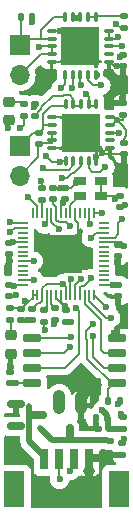
<source format=gbr>
%TF.GenerationSoftware,KiCad,Pcbnew,8.0.0*%
%TF.CreationDate,2025-08-09T21:47:33-07:00*%
%TF.ProjectId,it sure is getting hot in here,69742073-7572-4652-9069-732067657474,rev?*%
%TF.SameCoordinates,Original*%
%TF.FileFunction,Copper,L1,Top*%
%TF.FilePolarity,Positive*%
%FSLAX46Y46*%
G04 Gerber Fmt 4.6, Leading zero omitted, Abs format (unit mm)*
G04 Created by KiCad (PCBNEW 8.0.0) date 2025-08-09 21:47:33*
%MOMM*%
%LPD*%
G01*
G04 APERTURE LIST*
G04 Aperture macros list*
%AMRoundRect*
0 Rectangle with rounded corners*
0 $1 Rounding radius*
0 $2 $3 $4 $5 $6 $7 $8 $9 X,Y pos of 4 corners*
0 Add a 4 corners polygon primitive as box body*
4,1,4,$2,$3,$4,$5,$6,$7,$8,$9,$2,$3,0*
0 Add four circle primitives for the rounded corners*
1,1,$1+$1,$2,$3*
1,1,$1+$1,$4,$5*
1,1,$1+$1,$6,$7*
1,1,$1+$1,$8,$9*
0 Add four rect primitives between the rounded corners*
20,1,$1+$1,$2,$3,$4,$5,0*
20,1,$1+$1,$4,$5,$6,$7,0*
20,1,$1+$1,$6,$7,$8,$9,0*
20,1,$1+$1,$8,$9,$2,$3,0*%
G04 Aperture macros list end*
%TA.AperFunction,SMDPad,CuDef*%
%ADD10RoundRect,0.218750X-0.256250X0.218750X-0.256250X-0.218750X0.256250X-0.218750X0.256250X0.218750X0*%
%TD*%
%TA.AperFunction,SMDPad,CuDef*%
%ADD11RoundRect,0.218750X0.256250X-0.218750X0.256250X0.218750X-0.256250X0.218750X-0.256250X-0.218750X0*%
%TD*%
%TA.AperFunction,SMDPad,CuDef*%
%ADD12RoundRect,0.075000X-0.075000X0.337500X-0.075000X-0.337500X0.075000X-0.337500X0.075000X0.337500X0*%
%TD*%
%TA.AperFunction,SMDPad,CuDef*%
%ADD13RoundRect,0.075000X-0.337500X0.075000X-0.337500X-0.075000X0.337500X-0.075000X0.337500X0.075000X0*%
%TD*%
%TA.AperFunction,HeatsinkPad*%
%ADD14R,3.250000X3.250000*%
%TD*%
%TA.AperFunction,SMDPad,CuDef*%
%ADD15RoundRect,0.135000X-0.185000X0.135000X-0.185000X-0.135000X0.185000X-0.135000X0.185000X0.135000X0*%
%TD*%
%TA.AperFunction,ComponentPad*%
%ADD16R,1.700000X1.700000*%
%TD*%
%TA.AperFunction,ComponentPad*%
%ADD17O,1.700000X1.700000*%
%TD*%
%TA.AperFunction,SMDPad,CuDef*%
%ADD18RoundRect,0.140000X-0.170000X0.140000X-0.170000X-0.140000X0.170000X-0.140000X0.170000X0.140000X0*%
%TD*%
%TA.AperFunction,SMDPad,CuDef*%
%ADD19RoundRect,0.140000X-0.140000X-0.170000X0.140000X-0.170000X0.140000X0.170000X-0.140000X0.170000X0*%
%TD*%
%TA.AperFunction,SMDPad,CuDef*%
%ADD20RoundRect,0.150000X0.650000X0.150000X-0.650000X0.150000X-0.650000X-0.150000X0.650000X-0.150000X0*%
%TD*%
%TA.AperFunction,SMDPad,CuDef*%
%ADD21R,0.800000X1.800000*%
%TD*%
%TA.AperFunction,SMDPad,CuDef*%
%ADD22R,1.800000X3.100000*%
%TD*%
%TA.AperFunction,SMDPad,CuDef*%
%ADD23R,1.000000X0.800000*%
%TD*%
%TA.AperFunction,SMDPad,CuDef*%
%ADD24RoundRect,0.140000X0.170000X-0.140000X0.170000X0.140000X-0.170000X0.140000X-0.170000X-0.140000X0*%
%TD*%
%TA.AperFunction,SMDPad,CuDef*%
%ADD25RoundRect,0.135000X0.185000X-0.135000X0.185000X0.135000X-0.185000X0.135000X-0.185000X-0.135000X0*%
%TD*%
%TA.AperFunction,SMDPad,CuDef*%
%ADD26RoundRect,0.150000X-0.150000X0.512500X-0.150000X-0.512500X0.150000X-0.512500X0.150000X0.512500X0*%
%TD*%
%TA.AperFunction,SMDPad,CuDef*%
%ADD27RoundRect,0.150000X-0.587500X-0.150000X0.587500X-0.150000X0.587500X0.150000X-0.587500X0.150000X0*%
%TD*%
%TA.AperFunction,SMDPad,CuDef*%
%ADD28RoundRect,0.135000X-0.135000X-0.185000X0.135000X-0.185000X0.135000X0.185000X-0.135000X0.185000X0*%
%TD*%
%TA.AperFunction,SMDPad,CuDef*%
%ADD29RoundRect,0.140000X0.140000X0.170000X-0.140000X0.170000X-0.140000X-0.170000X0.140000X-0.170000X0*%
%TD*%
%TA.AperFunction,SMDPad,CuDef*%
%ADD30RoundRect,0.050000X0.387500X0.050000X-0.387500X0.050000X-0.387500X-0.050000X0.387500X-0.050000X0*%
%TD*%
%TA.AperFunction,SMDPad,CuDef*%
%ADD31RoundRect,0.050000X0.050000X0.387500X-0.050000X0.387500X-0.050000X-0.387500X0.050000X-0.387500X0*%
%TD*%
%TA.AperFunction,HeatsinkPad*%
%ADD32R,3.200000X3.200000*%
%TD*%
%TA.AperFunction,ViaPad*%
%ADD33C,0.600000*%
%TD*%
%TA.AperFunction,ViaPad*%
%ADD34C,1.000000*%
%TD*%
%TA.AperFunction,Conductor*%
%ADD35C,0.200000*%
%TD*%
%TA.AperFunction,Conductor*%
%ADD36C,0.500000*%
%TD*%
%TA.AperFunction,Conductor*%
%ADD37C,1.000000*%
%TD*%
G04 APERTURE END LIST*
D10*
%TO.P,D3,1,K*%
%TO.N,Net-(D3-K)*%
X705800Y34431700D03*
%TO.P,D3,2,A*%
%TO.N,+3V3*%
X705800Y32856700D03*
%TD*%
D11*
%TO.P,D1,1,K*%
%TO.N,GND*%
X805800Y13106700D03*
%TO.P,D1,2,A*%
%TO.N,Net-(D1-A)*%
X805800Y14681700D03*
%TD*%
D12*
%TO.P,U1,1,BIAS*%
%TO.N,Net-(U1-BIAS)*%
X8018300Y41556700D03*
%TO.P,U1,2,REFIN+*%
X7368300Y41556700D03*
%TO.P,U1,3,REFIN-*%
%TO.N,Net-(U1-ISENSOR)*%
X6718300Y41556700D03*
%TO.P,U1,4,ISENSOR*%
X6068300Y41556700D03*
%TO.P,U1,5,FORCE+*%
%TO.N,Net-(J1-Pin_1)*%
X5418300Y41556700D03*
D13*
%TO.P,U1,6,FORCE2*%
%TO.N,GND*%
X4280800Y40419200D03*
%TO.P,U1,7,RTDIN+*%
%TO.N,Net-(J1-Pin_1)*%
X4280800Y39769200D03*
%TO.P,U1,8,RTDIN-*%
%TO.N,Net-(J1-Pin_2)*%
X4280800Y39119200D03*
%TO.P,U1,9,FORCE-*%
X4280800Y38469200D03*
%TO.P,U1,10,GND*%
%TO.N,GND*%
X4280800Y37819200D03*
D12*
%TO.P,U1,11,SDI*%
%TO.N,/MOSI*%
X5418300Y36681700D03*
%TO.P,U1,12,SCLK*%
%TO.N,/SCLK*%
X6068300Y36681700D03*
%TO.P,U1,13,~{CS}*%
%TO.N,/MAX2_CS*%
X6718300Y36681700D03*
%TO.P,U1,14,SDO*%
%TO.N,/MISO*%
X7368300Y36681700D03*
%TO.P,U1,15,DGND*%
%TO.N,GND*%
X8018300Y36681700D03*
D13*
%TO.P,U1,16,GND*%
X9155800Y37819200D03*
%TO.P,U1,17,NC*%
%TO.N,unconnected-(U1-NC-Pad17)*%
X9155800Y38469200D03*
%TO.P,U1,18,~{DRDY}*%
%TO.N,/DRDY2*%
X9155800Y39119200D03*
%TO.P,U1,19,DVDD*%
%TO.N,+3V3*%
X9155800Y39769200D03*
%TO.P,U1,20,VDD*%
X9155800Y40419200D03*
D14*
%TO.P,U1,21,GND*%
%TO.N,GND*%
X6718300Y39119200D03*
%TD*%
D15*
%TO.P,R10,1*%
%TO.N,Net-(U1-BIAS)*%
X10380800Y41654200D03*
%TO.P,R10,2*%
%TO.N,Net-(U1-ISENSOR)*%
X10380800Y40634200D03*
%TD*%
D16*
%TO.P,J1,1,Pin_1*%
%TO.N,Net-(J1-Pin_1)*%
X1580800Y39219200D03*
D17*
%TO.P,J1,2,Pin_2*%
%TO.N,Net-(J1-Pin_2)*%
X1580800Y36679200D03*
%TD*%
D18*
%TO.P,C4,1*%
%TO.N,+3V3*%
X10355800Y38399200D03*
%TO.P,C4,2*%
%TO.N,GND*%
X10355800Y37439200D03*
%TD*%
D19*
%TO.P,C3,1*%
%TO.N,Net-(J1-Pin_1)*%
X1675800Y41619200D03*
%TO.P,C3,2*%
%TO.N,Net-(J1-Pin_2)*%
X2635800Y41619200D03*
%TD*%
D20*
%TO.P,U5,1,~{CS}*%
%TO.N,/QSPI_SS*%
X9830800Y10591800D03*
%TO.P,U5,2,DO(IO1)*%
%TO.N,/QSPI_SD1*%
X9830800Y11861800D03*
%TO.P,U5,3,IO2*%
%TO.N,/QSPI_SD2*%
X9830800Y13131800D03*
%TO.P,U5,4,GND*%
%TO.N,GND*%
X9830800Y14401800D03*
%TO.P,U5,5,DI(IO0)*%
%TO.N,/QSPI_SDO*%
X2630800Y14401800D03*
%TO.P,U5,6,CLK*%
%TO.N,/QSPI_SCLK*%
X2630800Y13131800D03*
%TO.P,U5,7,IO3*%
%TO.N,/QSPI_SD3*%
X2630800Y11861800D03*
%TO.P,U5,8,VCC*%
%TO.N,+3V3*%
X2630800Y10591800D03*
%TD*%
D21*
%TO.P,C1000,1,Pin_1*%
%TO.N,/BATT POSTSW*%
X3675800Y4166700D03*
%TO.P,C1000,2,Pin_2*%
%TO.N,/USB_D-*%
X4935800Y4166700D03*
%TO.P,C1000,3,Pin_3*%
%TO.N,/USB_D+*%
X6175800Y4166700D03*
%TO.P,C1000,4,Pin_4*%
%TO.N,GND*%
X7425800Y4166700D03*
D22*
%TO.P,C1000,5*%
%TO.N,N/C*%
X1125800Y1626700D03*
%TO.P,C1000,6*%
X9985800Y1626700D03*
%TD*%
D23*
%TO.P,X1,1,OE/NC*%
%TO.N,+3V3*%
X8469200Y27676400D03*
%TO.P,X1,2,GND*%
%TO.N,GND*%
X6669200Y27676400D03*
%TO.P,X1,3,OUT*%
%TO.N,/XIN*%
X6669200Y26476400D03*
%TO.P,X1,4,VDD*%
%TO.N,+3V3*%
X8469200Y26476400D03*
%TD*%
D16*
%TO.P,J2,1,Pin_1*%
%TO.N,Net-(J2-Pin_1)*%
X1625600Y30713600D03*
D17*
%TO.P,J2,2,Pin_2*%
%TO.N,Net-(J2-Pin_2)*%
X1625600Y28173600D03*
%TD*%
D18*
%TO.P,C21,1*%
%TO.N,+3V3*%
X660400Y22501800D03*
%TO.P,C21,2*%
%TO.N,GND*%
X660400Y21541800D03*
%TD*%
%TO.P,C9,1*%
%TO.N,+3V3*%
X10405800Y30924200D03*
%TO.P,C9,2*%
%TO.N,GND*%
X10405800Y29964200D03*
%TD*%
D24*
%TO.P,C8,1*%
%TO.N,+3V3*%
X10363200Y33327400D03*
%TO.P,C8,2*%
%TO.N,GND*%
X10363200Y34287400D03*
%TD*%
D25*
%TO.P,R7,1*%
%TO.N,+BATT*%
X9255800Y5734200D03*
%TO.P,R7,2*%
%TO.N,/BATT SENSE *%
X9255800Y6754200D03*
%TD*%
D24*
%TO.P,C10,1*%
%TO.N,+1V1*%
X4419600Y26164600D03*
%TO.P,C10,2*%
%TO.N,GND*%
X4419600Y27124600D03*
%TD*%
D18*
%TO.P,C15,1*%
%TO.N,+3V3*%
X1705800Y16874200D03*
%TO.P,C15,2*%
%TO.N,GND*%
X1705800Y15914200D03*
%TD*%
D12*
%TO.P,U3,1,BIAS*%
%TO.N,Net-(U3-BIAS)*%
X8080800Y34244200D03*
%TO.P,U3,2,REFIN+*%
X7430800Y34244200D03*
%TO.P,U3,3,REFIN-*%
%TO.N,Net-(U3-ISENSOR)*%
X6780800Y34244200D03*
%TO.P,U3,4,ISENSOR*%
X6130800Y34244200D03*
%TO.P,U3,5,FORCE+*%
%TO.N,Net-(J2-Pin_1)*%
X5480800Y34244200D03*
D13*
%TO.P,U3,6,FORCE2*%
%TO.N,GND*%
X4343300Y33106700D03*
%TO.P,U3,7,RTDIN+*%
%TO.N,Net-(J2-Pin_1)*%
X4343300Y32456700D03*
%TO.P,U3,8,RTDIN-*%
%TO.N,Net-(J2-Pin_2)*%
X4343300Y31806700D03*
%TO.P,U3,9,FORCE-*%
X4343300Y31156700D03*
%TO.P,U3,10,GND*%
%TO.N,GND*%
X4343300Y30506700D03*
D12*
%TO.P,U3,11,SDI*%
%TO.N,/MOSI*%
X5480800Y29369200D03*
%TO.P,U3,12,SCLK*%
%TO.N,/SCLK*%
X6130800Y29369200D03*
%TO.P,U3,13,~{CS}*%
%TO.N,/MAX_CS*%
X6780800Y29369200D03*
%TO.P,U3,14,SDO*%
%TO.N,/MISO*%
X7430800Y29369200D03*
%TO.P,U3,15,DGND*%
%TO.N,GND*%
X8080800Y29369200D03*
D13*
%TO.P,U3,16,GND*%
X9218300Y30506700D03*
%TO.P,U3,17,NC*%
%TO.N,unconnected-(U3-NC-Pad17)*%
X9218300Y31156700D03*
%TO.P,U3,18,~{DRDY}*%
%TO.N,/DRDY*%
X9218300Y31806700D03*
%TO.P,U3,19,DVDD*%
%TO.N,+3V3*%
X9218300Y32456700D03*
%TO.P,U3,20,VDD*%
X9218300Y33106700D03*
D14*
%TO.P,U3,21,GND*%
%TO.N,GND*%
X6780800Y31806700D03*
%TD*%
D18*
%TO.P,C22,1*%
%TO.N,+3V3*%
X635000Y18920400D03*
%TO.P,C22,2*%
%TO.N,GND*%
X635000Y17960400D03*
%TD*%
D15*
%TO.P,R5,1*%
%TO.N,/RP USB_D-*%
X3632200Y16816800D03*
%TO.P,R5,2*%
%TO.N,/USB_D-*%
X3632200Y15796800D03*
%TD*%
D24*
%TO.P,C12,1*%
%TO.N,+3V3*%
X787400Y10569000D03*
%TO.P,C12,2*%
%TO.N,GND*%
X787400Y11529000D03*
%TD*%
D18*
%TO.P,C19,1*%
%TO.N,+3V3*%
X9880600Y22324000D03*
%TO.P,C19,2*%
%TO.N,GND*%
X9880600Y21364000D03*
%TD*%
D26*
%TO.P,U2,1,GND*%
%TO.N,GND*%
X6755300Y8706700D03*
%TO.P,U2,2,Vout*%
%TO.N,+3V3*%
X4855300Y8706700D03*
%TO.P,U2,3,Vin*%
%TO.N,+BATT*%
X5805300Y6431700D03*
%TD*%
D27*
%TO.P,Q2,1,G*%
%TO.N,GND*%
X1230800Y8844200D03*
%TO.P,Q2,2,S*%
%TO.N,+BATT*%
X1230800Y6944200D03*
%TO.P,Q2,3,D*%
%TO.N,/BATT POSTSW*%
X3105800Y7894200D03*
%TD*%
D18*
%TO.P,C14,1*%
%TO.N,+3V3*%
X10033000Y26438800D03*
%TO.P,C14,2*%
%TO.N,GND*%
X10033000Y25478800D03*
%TD*%
%TO.P,C18,1*%
%TO.N,+3V3*%
X5537200Y16761400D03*
%TO.P,C18,2*%
%TO.N,GND*%
X5537200Y15801400D03*
%TD*%
D28*
%TO.P,R3,1*%
%TO.N,/QSPI_SS*%
X9065800Y9118600D03*
%TO.P,R3,2*%
%TO.N,/BOOTSEL*%
X10085800Y9118600D03*
%TD*%
D15*
%TO.P,R6,1*%
%TO.N,+3V3*%
X3454400Y27154600D03*
%TO.P,R6,2*%
%TO.N,/RUN*%
X3454400Y26134600D03*
%TD*%
D18*
%TO.P,C2,1*%
%TO.N,+3V3*%
X10255800Y5509200D03*
%TO.P,C2,2*%
%TO.N,GND*%
X10255800Y4549200D03*
%TD*%
D29*
%TO.P,C16,1*%
%TO.N,/BATT SENSE *%
X8963600Y7670800D03*
%TO.P,C16,2*%
%TO.N,GND*%
X8003600Y7670800D03*
%TD*%
D25*
%TO.P,R8,1*%
%TO.N,/BATT SENSE *%
X10330800Y6703600D03*
%TO.P,R8,2*%
%TO.N,GND*%
X10330800Y7723600D03*
%TD*%
D30*
%TO.P,U6,1,IOVDD*%
%TO.N,+3V3*%
X8707900Y18926600D03*
%TO.P,U6,2,GPIO0*%
%TO.N,unconnected-(U6-GPIO0-Pad2)*%
X8707900Y19326600D03*
%TO.P,U6,3,GPIO1*%
%TO.N,unconnected-(U6-GPIO1-Pad3)*%
X8707900Y19726600D03*
%TO.P,U6,4,GPIO2*%
%TO.N,unconnected-(U6-GPIO2-Pad4)*%
X8707900Y20126600D03*
%TO.P,U6,5,GPIO3*%
%TO.N,unconnected-(U6-GPIO3-Pad5)*%
X8707900Y20526600D03*
%TO.P,U6,6,GPIO4*%
%TO.N,unconnected-(U6-GPIO4-Pad6)*%
X8707900Y20926600D03*
%TO.P,U6,7,GPIO5*%
%TO.N,unconnected-(U6-GPIO5-Pad7)*%
X8707900Y21326600D03*
%TO.P,U6,8,GPIO6*%
%TO.N,unconnected-(U6-GPIO6-Pad8)*%
X8707900Y21726600D03*
%TO.P,U6,9,GPIO7*%
%TO.N,unconnected-(U6-GPIO7-Pad9)*%
X8707900Y22126600D03*
%TO.P,U6,10,IOVDD*%
%TO.N,+3V3*%
X8707900Y22526600D03*
%TO.P,U6,11,GPIO8*%
%TO.N,/LEDINDICATION*%
X8707900Y22926600D03*
%TO.P,U6,12,GPIO9*%
%TO.N,/DRDY*%
X8707900Y23326600D03*
%TO.P,U6,13,GPIO10*%
%TO.N,unconnected-(U6-GPIO10-Pad13)*%
X8707900Y23726600D03*
%TO.P,U6,14,GPIO11*%
%TO.N,unconnected-(U6-GPIO11-Pad14)*%
X8707900Y24126600D03*
D31*
%TO.P,U6,15,GPIO12*%
%TO.N,/DRDY2*%
X7870400Y24964100D03*
%TO.P,U6,16,GPIO13*%
%TO.N,/MAX2_CS*%
X7470400Y24964100D03*
%TO.P,U6,17,GPIO14*%
%TO.N,unconnected-(U6-GPIO14-Pad17)*%
X7070400Y24964100D03*
%TO.P,U6,18,GPIO15*%
%TO.N,unconnected-(U6-GPIO15-Pad18)*%
X6670400Y24964100D03*
%TO.P,U6,19,TESTEN*%
%TO.N,GND*%
X6270400Y24964100D03*
%TO.P,U6,20,XIN*%
%TO.N,/XIN*%
X5870400Y24964100D03*
%TO.P,U6,21,XOUT*%
%TO.N,unconnected-(U6-XOUT-Pad21)*%
X5470400Y24964100D03*
%TO.P,U6,22,IOVDD*%
%TO.N,+3V3*%
X5070400Y24964100D03*
%TO.P,U6,23,DVDD*%
%TO.N,+1V1*%
X4670400Y24964100D03*
%TO.P,U6,24,SWCLK*%
%TO.N,/SWCLK*%
X4270400Y24964100D03*
%TO.P,U6,25,SWD*%
%TO.N,/SWD*%
X3870400Y24964100D03*
%TO.P,U6,26,RUN*%
%TO.N,/RUN*%
X3470400Y24964100D03*
%TO.P,U6,27,GPIO16*%
%TO.N,/MISO*%
X3070400Y24964100D03*
%TO.P,U6,28,GPIO17*%
%TO.N,unconnected-(U6-GPIO17-Pad28)*%
X2670400Y24964100D03*
D30*
%TO.P,U6,29,GPIO18*%
%TO.N,/SCLK*%
X1832900Y24126600D03*
%TO.P,U6,30,GPIO19*%
%TO.N,/MOSI*%
X1832900Y23726600D03*
%TO.P,U6,31,GPIO20*%
%TO.N,unconnected-(U6-GPIO20-Pad31)*%
X1832900Y23326600D03*
%TO.P,U6,32,GPIO21*%
%TO.N,unconnected-(U6-GPIO21-Pad32)*%
X1832900Y22926600D03*
%TO.P,U6,33,IOVDD*%
%TO.N,+3V3*%
X1832900Y22526600D03*
%TO.P,U6,34,GPIO22*%
%TO.N,unconnected-(U6-GPIO22-Pad34)*%
X1832900Y22126600D03*
%TO.P,U6,35,GPIO23*%
%TO.N,unconnected-(U6-GPIO23-Pad35)*%
X1832900Y21726600D03*
%TO.P,U6,36,GPIO24*%
%TO.N,unconnected-(U6-GPIO24-Pad36)*%
X1832900Y21326600D03*
%TO.P,U6,37,GPIO25*%
%TO.N,/MAX_CS*%
X1832900Y20926600D03*
%TO.P,U6,38,GPIO26_ADC0*%
%TO.N,unconnected-(U6-GPIO26_ADC0-Pad38)*%
X1832900Y20526600D03*
%TO.P,U6,39,GPIO27_ADC1*%
%TO.N,unconnected-(U6-GPIO27_ADC1-Pad39)*%
X1832900Y20126600D03*
%TO.P,U6,40,GPIO28_ADC2*%
%TO.N,unconnected-(U6-GPIO28_ADC2-Pad40)*%
X1832900Y19726600D03*
%TO.P,U6,41,GPIO29_ADC3*%
%TO.N,/BATT SENSE *%
X1832900Y19326600D03*
%TO.P,U6,42,IOVDD*%
%TO.N,+3V3*%
X1832900Y18926600D03*
D31*
%TO.P,U6,43,ADC_AVDD*%
X2670400Y18089100D03*
%TO.P,U6,44,VREG_IN*%
X3070400Y18089100D03*
%TO.P,U6,45,VREG_VOUT*%
%TO.N,+1V1*%
X3470400Y18089100D03*
%TO.P,U6,46,USB_DM*%
%TO.N,/RP USB_D-*%
X3870400Y18089100D03*
%TO.P,U6,47,USB_DP*%
%TO.N,/RP USB_D+*%
X4270400Y18089100D03*
%TO.P,U6,48,USB_VDD*%
%TO.N,+3V3*%
X4670400Y18089100D03*
%TO.P,U6,49,IOVDD*%
X5070400Y18089100D03*
%TO.P,U6,50,DVDD*%
%TO.N,+1V1*%
X5470400Y18089100D03*
%TO.P,U6,51,QSPI_SD3*%
%TO.N,/QSPI_SD3*%
X5870400Y18089100D03*
%TO.P,U6,52,QSPI_SCLK*%
%TO.N,/QSPI_SCLK*%
X6270400Y18089100D03*
%TO.P,U6,53,QSPI_SD0*%
%TO.N,/QSPI_SDO*%
X6670400Y18089100D03*
%TO.P,U6,54,QSPI_SD2*%
%TO.N,/QSPI_SD2*%
X7070400Y18089100D03*
%TO.P,U6,55,QSPI_SD1*%
%TO.N,/QSPI_SD1*%
X7470400Y18089100D03*
%TO.P,U6,56,QSPI_SS*%
%TO.N,/QSPI_SS*%
X7870400Y18089100D03*
D32*
%TO.P,U6,57,GND*%
%TO.N,GND*%
X5270400Y21526600D03*
%TD*%
D15*
%TO.P,R2,1*%
%TO.N,Net-(U3-BIAS)*%
X2855800Y34229200D03*
%TO.P,R2,2*%
%TO.N,Net-(U3-ISENSOR)*%
X2855800Y33209200D03*
%TD*%
D18*
%TO.P,C17,1*%
%TO.N,+3V3*%
X9906000Y18920400D03*
%TO.P,C17,2*%
%TO.N,GND*%
X9906000Y17960400D03*
%TD*%
D24*
%TO.P,C20,1*%
%TO.N,+3V3*%
X5384800Y26164600D03*
%TO.P,C20,2*%
%TO.N,GND*%
X5384800Y27124600D03*
%TD*%
D25*
%TO.P,R9,1*%
%TO.N,/LEDINDICATION*%
X1905800Y33209200D03*
%TO.P,R9,2*%
%TO.N,Net-(D3-K)*%
X1905800Y34229200D03*
%TD*%
%TO.P,R4,1*%
%TO.N,/USB_D+*%
X4597400Y15949200D03*
%TO.P,R4,2*%
%TO.N,/RP USB_D+*%
X4597400Y16969200D03*
%TD*%
D18*
%TO.P,C7,1*%
%TO.N,Net-(J2-Pin_1)*%
X3230800Y31799200D03*
%TO.P,C7,2*%
%TO.N,Net-(J2-Pin_2)*%
X3230800Y30839200D03*
%TD*%
%TO.P,C13,1*%
%TO.N,+1V1*%
X2655800Y16874200D03*
%TO.P,C13,2*%
%TO.N,GND*%
X2655800Y15914200D03*
%TD*%
D24*
%TO.P,C1,1*%
%TO.N,+BATT*%
X8230800Y5768400D03*
%TO.P,C1,2*%
%TO.N,GND*%
X8230800Y6728400D03*
%TD*%
D25*
%TO.P,R1,1*%
%TO.N,Net-(D1-A)*%
X755800Y15909200D03*
%TO.P,R1,2*%
%TO.N,+3V3*%
X755800Y16929200D03*
%TD*%
D33*
%TO.N,/LEDINDICATION*%
X10205800Y24469200D03*
X1630800Y32219200D03*
%TO.N,+3V3*%
X580800Y32219200D03*
%TO.N,GND*%
X2255800Y15914200D03*
%TO.N,+3V3*%
X2005800Y17544200D03*
%TO.N,/DRDY*%
X9955800Y31769200D03*
X7580800Y22894200D03*
%TO.N,+3V3*%
X10405800Y22244200D03*
%TO.N,GND*%
X5955800Y15794200D03*
%TO.N,/MAX2_CS*%
X7530800Y24094200D03*
%TO.N,/MOSI*%
X3805800Y29794200D03*
%TO.N,/DRDY2*%
X8580800Y25044200D03*
%TO.N,Net-(U1-ISENSOR)*%
X6430800Y41519200D03*
X9740035Y41015077D03*
%TO.N,+3V3*%
X10036099Y38201961D03*
%TO.N,/DRDY2*%
X10241819Y39179199D03*
%TO.N,/MOSI*%
X5068880Y35545416D03*
%TO.N,/SCLK*%
X5987579Y35545956D03*
%TO.N,/MAX2_CS*%
X6749862Y35841006D03*
%TO.N,/MISO*%
X8464569Y35825609D03*
%TO.N,GND*%
X8136431Y36729580D03*
X4955800Y40419200D03*
X6718300Y39119200D03*
%TO.N,Net-(J1-Pin_2)*%
X2580800Y41169200D03*
X3180800Y39069200D03*
%TO.N,+3V3*%
X9930800Y39919200D03*
%TO.N,GND*%
X9855800Y37419200D03*
%TO.N,/USB_D+*%
X5880800Y3169200D03*
%TO.N,/USB_D-*%
X4955800Y2444200D03*
%TO.N,/QSPI_SD3*%
X6345361Y16958033D03*
%TO.N,/QSPI_SCLK*%
X5855800Y13643824D03*
%TO.N,/QSPI_SDO*%
X5905800Y14544200D03*
%TO.N,/QSPI_SS*%
X8903240Y17041640D03*
%TO.N,/QSPI_SD1*%
X9305800Y16144200D03*
X7805800Y14619200D03*
%TO.N,/QSPI_SS*%
X7780800Y15619206D03*
%TO.N,/QSPI_SDO*%
X7605800Y19469200D03*
%TO.N,/QSPI_SCLK*%
X6805800Y19426598D03*
%TO.N,/QSPI_SD3*%
X5955798Y19426550D03*
%TO.N,/BATT SENSE *%
X2780800Y19344200D03*
X8577184Y8315025D03*
%TO.N,GND*%
X10200000Y7994200D03*
%TO.N,+3V3*%
X5415745Y17151600D03*
%TO.N,+1V1*%
X5866402Y23869200D03*
%TO.N,/MOSI*%
X800000Y23369200D03*
X5030800Y29319200D03*
%TO.N,/MAX_CS*%
X2755800Y20944200D03*
%TO.N,/MISO*%
X2274096Y26396811D03*
%TO.N,/SWD*%
X3680800Y24044200D03*
%TO.N,/SWCLK*%
X4866400Y23626602D03*
%TO.N,/SCLK*%
X800000Y24244203D03*
%TO.N,/MAX_CS*%
X5180800Y27958845D03*
%TO.N,/SCLK*%
X3551925Y28819037D03*
%TO.N,/MISO*%
X8809123Y28900535D03*
%TO.N,GND*%
X9555800Y14819200D03*
%TO.N,/USB_D+*%
X4490394Y15589088D03*
%TO.N,/USB_D-*%
X3705800Y15069200D03*
%TO.N,Net-(U3-BIAS)*%
X2816351Y34018280D03*
X7230800Y35069200D03*
%TO.N,GND*%
X10240781Y34644144D03*
%TO.N,+3V3*%
X9805800Y32894200D03*
%TO.N,GND*%
X8555800Y30056432D03*
X8082700Y29744200D03*
X6782700Y31623000D03*
X9855800Y20869200D03*
X9880600Y17399000D03*
X4819047Y21526600D03*
X10480800Y25719200D03*
%TO.N,+3V3*%
X9610063Y26213537D03*
%TO.N,GND*%
X6380248Y27574298D03*
X5105800Y27124600D03*
%TO.N,+3V3*%
X5208584Y25860239D03*
X3425343Y27678959D03*
%TO.N,GND*%
X800000Y20929600D03*
%TO.N,+3V3*%
X1019247Y22527792D03*
%TO.N,GND*%
X1244600Y18034000D03*
%TO.N,+3V3*%
X1118099Y18834138D03*
D34*
%TO.N,GND*%
X7416800Y3124200D03*
D33*
%TO.N,+3V3*%
X10380800Y5894200D03*
D34*
%TO.N,GND*%
X6930800Y9575800D03*
D33*
X8243600Y10744200D03*
X812800Y11988800D03*
X8003600Y7162800D03*
%TO.N,+3V3*%
X1244600Y10569000D03*
X9496061Y18898415D03*
D34*
X4927600Y9525000D03*
D33*
%TO.N,+1V1*%
X5264144Y19023068D03*
%TO.N,/BOOTSEL*%
X9926845Y8799116D03*
%TD*%
D35*
%TO.N,/LEDINDICATION*%
X9880600Y24144000D02*
X10205800Y24469200D01*
X9880600Y23188200D02*
X9880600Y24144000D01*
X1905800Y32494200D02*
X1630800Y32219200D01*
X1905800Y33209200D02*
X1905800Y32494200D01*
%TO.N,+3V3*%
X705800Y32344200D02*
X580800Y32219200D01*
X705800Y32856700D02*
X705800Y32344200D01*
%TO.N,Net-(D3-K)*%
X1703300Y34431700D02*
X1905800Y34229200D01*
X705800Y34431700D02*
X1703300Y34431700D01*
%TO.N,GND*%
X2655800Y15914200D02*
X1705800Y15914200D01*
%TO.N,+1V1*%
X3133200Y17351600D02*
X2655800Y16874200D01*
X3470400Y18089100D02*
X3470400Y17555240D01*
X3470400Y17555240D02*
X3266760Y17351600D01*
X3266760Y17351600D02*
X3133200Y17351600D01*
%TO.N,+3V3*%
X2265800Y17434200D02*
X2155800Y17544200D01*
X2155800Y17544200D02*
X2005800Y17544200D01*
X2265800Y17434200D02*
X1705800Y16874200D01*
X2670400Y17838800D02*
X2265800Y17434200D01*
X3070400Y18089100D02*
X2670400Y18089100D01*
X2670400Y18089100D02*
X2670400Y17838800D01*
X1650800Y16929200D02*
X1705800Y16874200D01*
X755800Y16929200D02*
X1650800Y16929200D01*
%TO.N,Net-(D1-A)*%
X805800Y14681700D02*
X805800Y15859200D01*
X805800Y15859200D02*
X755800Y15909200D01*
%TO.N,Net-(U3-BIAS)*%
X2805800Y34028831D02*
X2805800Y34179200D01*
X2816351Y34018280D02*
X2805800Y34028831D01*
%TO.N,GND*%
X10240400Y25478800D02*
X10033000Y25478800D01*
X10480800Y25719200D02*
X10240400Y25478800D01*
%TO.N,/DRDY2*%
X8500700Y24964100D02*
X8580800Y25044200D01*
%TO.N,/MISO*%
X8381588Y28473000D02*
X8809123Y28900535D01*
X7432700Y29185500D02*
X7432700Y28773001D01*
X7432700Y28773001D02*
X7732701Y28473000D01*
X7732701Y28473000D02*
X8381588Y28473000D01*
%TO.N,/DRDY2*%
X7870400Y24964100D02*
X8500700Y24964100D01*
%TO.N,/DRDY*%
X9218300Y31806700D02*
X9918300Y31806700D01*
%TO.N,+3V3*%
X10605800Y32038439D02*
X10405800Y32238439D01*
X10405800Y30924200D02*
X10405800Y31299961D01*
%TO.N,/DRDY*%
X9918300Y31806700D02*
X9955800Y31769200D01*
%TO.N,+3V3*%
X10405800Y32238439D02*
X10405800Y32294200D01*
X10605800Y31499961D02*
X10605800Y32038439D01*
X10405800Y31299961D02*
X10605800Y31499961D01*
X10405800Y32294200D02*
X9805800Y32894200D01*
%TO.N,/DRDY*%
X8707900Y23326600D02*
X8013200Y23326600D01*
X8013200Y23326600D02*
X7580800Y22894200D01*
%TO.N,+3V3*%
X8707900Y22526600D02*
X10123400Y22526600D01*
X10123400Y22526600D02*
X10405800Y22244200D01*
X10341800Y5894200D02*
X9956800Y5509200D01*
X10380800Y5894200D02*
X10341800Y5894200D01*
%TO.N,Net-(J2-Pin_1)*%
X3568300Y32456700D02*
X3555800Y32444200D01*
X3555800Y32444200D02*
X3555800Y32124200D01*
X4343300Y32456700D02*
X3568300Y32456700D01*
X3555800Y33344200D02*
X3555800Y32444200D01*
X4272100Y34060500D02*
X3555800Y33344200D01*
X3555800Y32124200D02*
X3230800Y31799200D01*
X5482700Y34060500D02*
X4272100Y34060500D01*
%TO.N,Net-(U3-ISENSOR)*%
X3425800Y33779200D02*
X2805800Y33159200D01*
X3425800Y33989200D02*
X3425800Y33779200D01*
X4364971Y34928371D02*
X3425800Y33989200D01*
X5248390Y34956700D02*
X5220061Y34928371D01*
X5830799Y34956700D02*
X5248390Y34956700D01*
X6130800Y34656699D02*
X5830799Y34956700D01*
X6130800Y34244200D02*
X6130800Y34656699D01*
X5220061Y34928371D02*
X4364971Y34928371D01*
%TO.N,GND*%
X5948600Y15801400D02*
X5955800Y15794200D01*
X5537200Y15801400D02*
X5948600Y15801400D01*
%TO.N,/QSPI_SDO*%
X2343600Y14401800D02*
X5763400Y14401800D01*
X5763400Y14401800D02*
X5905800Y14544200D01*
%TO.N,/QSPI_SD3*%
X6580800Y13044200D02*
X6580800Y16722594D01*
X5398400Y11861800D02*
X6580800Y13044200D01*
X2343600Y11861800D02*
X5398400Y11861800D01*
X6580800Y16722594D02*
X6345361Y16958033D01*
%TO.N,GND*%
X5480800Y33106700D02*
X6780800Y31806700D01*
X4343300Y33106700D02*
X5480800Y33106700D01*
X5480800Y30506700D02*
X6780800Y31806700D01*
X4343300Y30506700D02*
X5480800Y30506700D01*
X9330800Y29964200D02*
X8648032Y29964200D01*
X9330800Y29964200D02*
X9218300Y30076700D01*
X9218300Y30076700D02*
X9218300Y30506700D01*
X10405800Y29964200D02*
X9330800Y29964200D01*
X8648032Y29964200D02*
X8555800Y30056432D01*
%TO.N,+3V3*%
X9368300Y32456700D02*
X9805800Y32894200D01*
X9218300Y32456700D02*
X9368300Y32456700D01*
%TO.N,/LEDINDICATION*%
X9619000Y22926600D02*
X9880600Y23188200D01*
X8707900Y22926600D02*
X9619000Y22926600D01*
%TO.N,/MOSI*%
X5418300Y35894836D02*
X5068880Y35545416D01*
X5418300Y36681700D02*
X5418300Y35894836D01*
%TO.N,GND*%
X8088551Y36681700D02*
X8136431Y36729580D01*
X8018300Y36681700D02*
X8088551Y36681700D01*
%TO.N,/MISO*%
X7811892Y35825609D02*
X8464569Y35825609D01*
X7368300Y36681700D02*
X7368300Y36269201D01*
%TO.N,GND*%
X10240781Y34409819D02*
X10240781Y34644144D01*
X10363200Y34287400D02*
X10240781Y34409819D01*
%TO.N,+3V3*%
X9830800Y32919200D02*
X9805800Y32894200D01*
%TO.N,/MISO*%
X7368300Y36269201D02*
X7811892Y35825609D01*
%TO.N,+3V3*%
X10363200Y32919200D02*
X9830800Y32919200D01*
%TO.N,/MAX2_CS*%
X7470400Y24154600D02*
X7530800Y24094200D01*
X7470400Y24964100D02*
X7470400Y24154600D01*
%TO.N,Net-(U3-BIAS)*%
X7430800Y34869200D02*
X7230800Y35069200D01*
X7430800Y34244200D02*
X7430800Y34869200D01*
%TO.N,/MAX2_CS*%
X6718300Y35872568D02*
X6749862Y35841006D01*
%TO.N,/SCLK*%
X6068300Y35626677D02*
X5987579Y35545956D01*
X6068300Y36681700D02*
X6068300Y35626677D01*
%TO.N,/MAX2_CS*%
X6718300Y36681700D02*
X6718300Y35872568D01*
%TO.N,Net-(U3-ISENSOR)*%
X2629990Y33159200D02*
X2613468Y33142678D01*
X2805800Y33159200D02*
X2629990Y33159200D01*
%TO.N,/MOSI*%
X4280800Y29319200D02*
X3805800Y29794200D01*
X5030800Y29319200D02*
X4280800Y29319200D01*
%TO.N,Net-(J2-Pin_2)*%
X3155800Y29703800D02*
X1625600Y28173600D01*
X3155800Y30764200D02*
X3155800Y29703800D01*
X3230800Y30839200D02*
X3155800Y30764200D01*
%TO.N,GND*%
X8822368Y30323000D02*
X8555800Y30056432D01*
X8289232Y30323000D02*
X8555800Y30056432D01*
X8082700Y30323000D02*
X8289232Y30323000D01*
X9220200Y30323000D02*
X8822368Y30323000D01*
%TO.N,/MISO*%
X3070400Y24964100D02*
X3070400Y25579676D01*
X3070400Y25579676D02*
X2274096Y26375980D01*
X2274096Y26375980D02*
X2274096Y26396811D01*
%TO.N,Net-(U1-ISENSOR)*%
X6393300Y41556700D02*
X6430800Y41519200D01*
X6068300Y41556700D02*
X6393300Y41556700D01*
X6718300Y41556700D02*
X6468300Y41556700D01*
X6468300Y41556700D02*
X6430800Y41519200D01*
X10120912Y40634200D02*
X9740035Y41015077D01*
X10380800Y40634200D02*
X10120912Y40634200D01*
%TO.N,+3V3*%
X10233338Y38399200D02*
X10036099Y38201961D01*
X10355800Y38399200D02*
X10233338Y38399200D01*
X9930800Y39919200D02*
X9780800Y39769200D01*
X9780800Y39769200D02*
X9155800Y39769200D01*
%TO.N,/DRDY2*%
X10181820Y39119200D02*
X10241819Y39179199D01*
X9155800Y39119200D02*
X10181820Y39119200D01*
%TO.N,GND*%
X9535800Y37439200D02*
X9155800Y37819200D01*
X10355800Y37439200D02*
X9535800Y37439200D01*
X4280800Y40419200D02*
X4955800Y40419200D01*
X4955800Y40419200D02*
X5418300Y40419200D01*
X5418300Y40419200D02*
X6718300Y39119200D01*
X5418300Y37819200D02*
X6718300Y39119200D01*
X4280800Y37819200D02*
X5418300Y37819200D01*
%TO.N,Net-(J1-Pin_1)*%
X3405800Y40489110D02*
X3405800Y39769200D01*
X5418300Y41556700D02*
X4473390Y41556700D01*
X4473390Y41556700D02*
X3405800Y40489110D01*
X3405800Y39769200D02*
X2130800Y39769200D01*
X4280800Y39769200D02*
X3405800Y39769200D01*
X1675800Y39314200D02*
X1580800Y39219200D01*
X1675800Y41619200D02*
X1675800Y39314200D01*
%TO.N,Net-(J1-Pin_2)*%
X2635800Y41224200D02*
X2580800Y41169200D01*
X2635800Y41619200D02*
X2635800Y41224200D01*
X3230800Y39119200D02*
X3180800Y39069200D01*
X4280800Y39119200D02*
X3230800Y39119200D01*
%TO.N,Net-(J1-Pin_1)*%
X2130800Y39769200D02*
X1580800Y39219200D01*
%TO.N,Net-(J1-Pin_2)*%
X3370800Y38469200D02*
X1580800Y36679200D01*
X4280800Y38469200D02*
X3370800Y38469200D01*
X4280800Y38469200D02*
X4280800Y39119200D01*
%TO.N,Net-(U1-BIAS)*%
X9080800Y41654200D02*
X8115800Y41654200D01*
X10380800Y41654200D02*
X9080800Y41654200D01*
X7368300Y41556700D02*
X8018300Y41556700D01*
X8115800Y41654200D02*
X8018300Y41556700D01*
%TO.N,+3V3*%
X9155800Y40419200D02*
X9155800Y39769200D01*
%TO.N,/USB_D-*%
X4917200Y2482800D02*
X4955800Y2444200D01*
X4917200Y4410100D02*
X4917200Y2482800D01*
%TO.N,/QSPI_SCLK*%
X2343600Y13131800D02*
X5343776Y13131800D01*
%TO.N,/USB_D+*%
X4490394Y15842194D02*
X4490394Y15589088D01*
X4597400Y15949200D02*
X4490394Y15842194D01*
%TO.N,/QSPI_SCLK*%
X5343776Y13131800D02*
X5855800Y13643824D01*
%TO.N,/QSPI_SS*%
X7205800Y14334885D02*
X7205800Y15044206D01*
X7205800Y15044206D02*
X7780800Y15619206D01*
X7280800Y14259885D02*
X7205800Y14334885D01*
X7280800Y12684048D02*
X7280800Y14259885D01*
X9373048Y10591800D02*
X7280800Y12684048D01*
X9543600Y10591800D02*
X9373048Y10591800D01*
%TO.N,/USB_D-*%
X3632200Y15142800D02*
X3705800Y15069200D01*
X3632200Y15796800D02*
X3632200Y15142800D01*
%TO.N,/QSPI_SD2*%
X7070400Y17313914D02*
X7070400Y18089100D01*
X8443600Y13431801D02*
X8443600Y15940714D01*
X8743601Y13131800D02*
X8443600Y13431801D01*
X9543600Y13131800D02*
X8743601Y13131800D01*
%TO.N,/QSPI_SD1*%
X7805800Y12799601D02*
X7805800Y14619200D01*
%TO.N,/QSPI_SD2*%
X8443600Y15940714D02*
X7070400Y17313914D01*
%TO.N,/QSPI_SD1*%
X9543600Y11861800D02*
X8743601Y11861800D01*
X8743601Y11861800D02*
X7805800Y12799601D01*
X8881440Y16144200D02*
X7470400Y17555240D01*
X9305800Y16144200D02*
X8881440Y16144200D01*
%TO.N,/QSPI_SS*%
X8903240Y17056260D02*
X8903240Y17041640D01*
X7870400Y18089100D02*
X8903240Y17056260D01*
%TO.N,/QSPI_SD1*%
X7470400Y17555240D02*
X7470400Y18089100D01*
%TO.N,/QSPI_SDO*%
X7605800Y19378069D02*
X7605800Y19469200D01*
X7054329Y18826598D02*
X7605800Y19378069D01*
X6788198Y18826598D02*
X7054329Y18826598D01*
X6670400Y18708800D02*
X6788198Y18826598D01*
X6670400Y18089100D02*
X6670400Y18708800D01*
%TO.N,/QSPI_SCLK*%
X6270400Y18891198D02*
X6805800Y19426598D01*
X6270400Y18089100D02*
X6270400Y18891198D01*
%TO.N,/QSPI_SD3*%
X5870400Y19341152D02*
X5955798Y19426550D01*
X5870400Y18089100D02*
X5870400Y19341152D01*
%TO.N,+1V1*%
X3870508Y19023068D02*
X5264144Y19023068D01*
X3470400Y18622960D02*
X3870508Y19023068D01*
X5470400Y18089100D02*
X5470400Y18816812D01*
X3470400Y18089100D02*
X3470400Y18622960D01*
X5470400Y18816812D02*
X5264144Y19023068D01*
%TO.N,/BATT SENSE *%
X2763200Y19326600D02*
X2780800Y19344200D01*
X1832900Y19326600D02*
X2763200Y19326600D01*
D36*
X8963600Y7928609D02*
X8577184Y8315025D01*
X8963600Y7670800D02*
X8963600Y7928609D01*
D35*
%TO.N,GND*%
X10007600Y7723600D02*
X10007600Y7801800D01*
%TO.N,/BOOTSEL*%
X10085800Y8958071D02*
X9926845Y8799116D01*
X10085800Y9118600D02*
X10085800Y8958071D01*
%TO.N,GND*%
X10007600Y7801800D02*
X10200000Y7994200D01*
%TO.N,+3V3*%
X5353924Y17151600D02*
X5415745Y17151600D01*
X5070400Y17435124D02*
X5353924Y17151600D01*
%TO.N,GND*%
X6270400Y24964100D02*
X6270400Y24384441D01*
X6516402Y23223955D02*
X4819047Y21526600D01*
X6516402Y24138439D02*
X6516402Y23223955D01*
X6270400Y24384441D02*
X6516402Y24138439D01*
%TO.N,+1V1*%
X5509002Y24226600D02*
X5866402Y23869200D01*
X4874040Y24226600D02*
X5509002Y24226600D01*
X4670400Y24964100D02*
X4670400Y24430240D01*
X4670400Y24430240D02*
X4874040Y24226600D01*
%TO.N,/SWCLK*%
X4866400Y23626602D02*
X4270400Y24222602D01*
X4270400Y24222602D02*
X4270400Y24964100D01*
%TO.N,+3V3*%
X3454400Y27649902D02*
X3425343Y27678959D01*
X3454400Y27154600D02*
X3454400Y27649902D01*
%TO.N,/XIN*%
X5870400Y25677600D02*
X5870400Y24964100D01*
X6669200Y26476400D02*
X5870400Y25677600D01*
%TO.N,/MOSI*%
X1157400Y23726600D02*
X1832900Y23726600D01*
X800000Y23369200D02*
X1157400Y23726600D01*
%TO.N,GND*%
X6669200Y27676400D02*
X6482350Y27676400D01*
X5930550Y27124600D02*
X6380248Y27574298D01*
X4978400Y27124600D02*
X5105800Y27124600D01*
%TO.N,/MAX_CS*%
X5581041Y27958845D02*
X5180800Y27958845D01*
X5998598Y28376402D02*
X5581041Y27958845D01*
X6780800Y28956701D02*
X6200501Y28376402D01*
X6780800Y29369200D02*
X6780800Y28956701D01*
%TO.N,GND*%
X5384800Y27124600D02*
X5930550Y27124600D01*
%TO.N,/SCLK*%
X3714262Y28656700D02*
X3551925Y28819037D01*
%TO.N,/MAX_CS*%
X6200501Y28376402D02*
X5998598Y28376402D01*
%TO.N,/SCLK*%
X6130800Y29369200D02*
X6130800Y29074290D01*
X6130800Y29074290D02*
X5713210Y28656700D01*
%TO.N,GND*%
X6482350Y27676400D02*
X6380248Y27574298D01*
%TO.N,/SCLK*%
X5713210Y28656700D02*
X3714262Y28656700D01*
%TO.N,/MOSI*%
X5080800Y29369200D02*
X5030800Y29319200D01*
X5480800Y29369200D02*
X5080800Y29369200D01*
%TO.N,/MAX_CS*%
X2738200Y20926600D02*
X2755800Y20944200D01*
X1832900Y20926600D02*
X2738200Y20926600D01*
%TO.N,/SWD*%
X3870400Y24233800D02*
X3680800Y24044200D01*
X3870400Y24964100D02*
X3870400Y24233800D01*
%TO.N,/SCLK*%
X1832900Y24126600D02*
X917603Y24126600D01*
X917603Y24126600D02*
X800000Y24244203D01*
%TO.N,GND*%
X9543600Y14807000D02*
X9555800Y14819200D01*
X9543600Y14401800D02*
X9543600Y14807000D01*
D37*
X6806100Y9451100D02*
X6930800Y9575800D01*
X6806100Y8503500D02*
X6806100Y9451100D01*
D35*
%TO.N,Net-(J2-Pin_1)*%
X2711200Y31799200D02*
X3230800Y31799200D01*
X1625600Y30713600D02*
X2711200Y31799200D01*
%TO.N,Net-(J2-Pin_2)*%
X3364600Y30973000D02*
X3230800Y30839200D01*
X4345200Y30973000D02*
X3364600Y30973000D01*
X4345200Y30973000D02*
X4345200Y31623000D01*
%TO.N,Net-(U3-ISENSOR)*%
X6782700Y34060500D02*
X6132700Y34060500D01*
%TO.N,Net-(U3-BIAS)*%
X8082700Y34060500D02*
X7432700Y34060500D01*
%TO.N,+3V3*%
X10363200Y32919200D02*
X10363200Y33327400D01*
%TO.N,GND*%
X8082700Y29185500D02*
X8082700Y30323000D01*
X8082700Y30323000D02*
X6782700Y31623000D01*
X9880600Y20894000D02*
X9855800Y20869200D01*
X9880600Y21364000D02*
X9880600Y20894000D01*
X9906000Y17424400D02*
X9880600Y17399000D01*
X9906000Y17960400D02*
X9906000Y17424400D01*
%TO.N,+3V3*%
X9995400Y26476400D02*
X10033000Y26438800D01*
X8469200Y26476400D02*
X9995400Y26476400D01*
X8469200Y27676400D02*
X8469200Y26476400D01*
%TO.N,GND*%
X4978400Y27124600D02*
X4419600Y27124600D01*
X5384800Y27124600D02*
X4978400Y27124600D01*
%TO.N,+3V3*%
X5070400Y25730200D02*
X5078545Y25730200D01*
%TO.N,+1V1*%
X4419600Y25748760D02*
X4670400Y25497960D01*
X4419600Y26164600D02*
X4419600Y25748760D01*
%TO.N,+3V3*%
X5070400Y25730200D02*
X5070400Y25850200D01*
%TO.N,+1V1*%
X4670400Y25497960D02*
X4670400Y24964100D01*
%TO.N,+3V3*%
X5078545Y25730200D02*
X5208584Y25860239D01*
X5070400Y24964100D02*
X5070400Y25730200D01*
X5070400Y25850200D02*
X5384800Y26164600D01*
%TO.N,GND*%
X660400Y21069200D02*
X800000Y20929600D01*
X660400Y21541800D02*
X660400Y21069200D01*
%TO.N,+3V3*%
X1020439Y22526600D02*
X1019247Y22527792D01*
X1371600Y22526600D02*
X1020439Y22526600D01*
X1371600Y22526600D02*
X1832900Y22526600D01*
X685200Y22526600D02*
X1371600Y22526600D01*
X660400Y22501800D02*
X685200Y22526600D01*
%TO.N,GND*%
X635000Y17960400D02*
X1171000Y17960400D01*
X1171000Y17960400D02*
X1244600Y18034000D01*
%TO.N,+3V3*%
X1193800Y18926600D02*
X1193800Y18909839D01*
X1193800Y18926600D02*
X606200Y18926600D01*
X1832900Y18926600D02*
X1193800Y18926600D01*
X1193800Y18909839D02*
X1118099Y18834138D01*
X606200Y18926600D02*
X600000Y18920400D01*
D36*
%TO.N,+BATT*%
X5805300Y5779700D02*
X5816600Y5768400D01*
X5805300Y6431700D02*
X5805300Y5779700D01*
X5816600Y5768400D02*
X8051800Y5768400D01*
X4327900Y5768400D02*
X5816600Y5768400D01*
X3323500Y6772800D02*
X4327900Y5768400D01*
%TO.N,GND*%
X7407200Y3133800D02*
X7416800Y3124200D01*
X7407200Y4410100D02*
X7407200Y3133800D01*
%TO.N,/BATT POSTSW*%
X2373500Y5693800D02*
X3657200Y4410100D01*
X2373500Y8647800D02*
X2373500Y5693800D01*
D35*
%TO.N,GND*%
X7649100Y4549200D02*
X7458000Y4740300D01*
X9956800Y4549200D02*
X7649100Y4549200D01*
D36*
%TO.N,+BATT*%
X8961600Y5768400D02*
X9017000Y5713000D01*
X8051800Y5768400D02*
X8961600Y5768400D01*
D35*
%TO.N,GND*%
X8003600Y7670800D02*
X8003600Y6776600D01*
X787400Y11529000D02*
X787400Y11963400D01*
X787400Y11963400D02*
X812800Y11988800D01*
X8003600Y6776600D02*
X8051800Y6728400D01*
%TO.N,+3V3*%
X8714100Y18920400D02*
X8707900Y18926600D01*
D37*
X4906100Y8503500D02*
X4906100Y9503500D01*
D35*
X2295400Y10569000D02*
X2343600Y10617200D01*
X4670400Y17835124D02*
X5537200Y16968324D01*
X9474076Y18920400D02*
X9496061Y18898415D01*
X787400Y10569000D02*
X1244600Y10569000D01*
X9906000Y18920400D02*
X9347200Y18920400D01*
X5070400Y18089100D02*
X5070400Y17435124D01*
X1244600Y10569000D02*
X2295400Y10569000D01*
X9347200Y18920400D02*
X9474076Y18920400D01*
D37*
X4906100Y9503500D02*
X4927600Y9525000D01*
D35*
X5070400Y17435124D02*
X5537200Y16968324D01*
X5537200Y16968324D02*
X5537200Y16964600D01*
X9347200Y18920400D02*
X8714100Y18920400D01*
X4670400Y18089100D02*
X4670400Y17835124D01*
X1244600Y10569000D02*
X1371600Y10569000D01*
D36*
%TO.N,/BATT SENSE *%
X9017000Y7617400D02*
X8963600Y7670800D01*
X9017000Y6733000D02*
X9017000Y7617400D01*
X9046400Y6703600D02*
X9017000Y6733000D01*
X10007600Y6703600D02*
X9046400Y6703600D01*
D35*
%TO.N,/QSPI_SS*%
X9065800Y9118600D02*
X9065800Y10139400D01*
X9065800Y10139400D02*
X9543600Y10617200D01*
%TO.N,/RP USB_D+*%
X4270400Y17296200D02*
X4597400Y16969200D01*
X4270400Y18089100D02*
X4270400Y17296200D01*
%TO.N,/RP USB_D-*%
X3870400Y18089100D02*
X3870400Y17055000D01*
X3870400Y18089100D02*
X3870400Y17156600D01*
X3870400Y17055000D02*
X3632200Y16816800D01*
X3870400Y17156600D02*
X3530600Y16816800D01*
%TO.N,/RUN*%
X3470400Y26118600D02*
X3454400Y26134600D01*
X3470400Y24964100D02*
X3470400Y26118600D01*
%TD*%
%TA.AperFunction,Conductor*%
%TO.N,GND*%
G36*
X439890Y6175900D02*
G01*
X540731Y6146602D01*
X577606Y6143700D01*
X1499000Y6143700D01*
X1566039Y6124015D01*
X1611794Y6071211D01*
X1623000Y6019700D01*
X1623000Y5619882D01*
X1623000Y5619880D01*
X1622999Y5619880D01*
X1651840Y5474893D01*
X1651843Y5474883D01*
X1708413Y5338310D01*
X1708414Y5338309D01*
X1708416Y5338305D01*
X1722346Y5317458D01*
X1722347Y5317456D01*
X1790551Y5215380D01*
X1790552Y5215379D01*
X2738981Y4266951D01*
X2772466Y4205628D01*
X2775300Y4179270D01*
X2775300Y3218830D01*
X2775301Y3218824D01*
X2781708Y3159217D01*
X2832002Y3024372D01*
X2832006Y3024365D01*
X2918252Y2909156D01*
X2918255Y2909153D01*
X3033464Y2822907D01*
X3033471Y2822903D01*
X3168317Y2772609D01*
X3168316Y2772609D01*
X3175244Y2771865D01*
X3227927Y2766200D01*
X4047759Y2766201D01*
X4114798Y2746517D01*
X4160553Y2693713D01*
X4170979Y2628318D01*
X4150235Y2444204D01*
X4150235Y2444197D01*
X4170430Y2264951D01*
X4170431Y2264946D01*
X4230011Y2094677D01*
X4325984Y1941938D01*
X4453538Y1814384D01*
X4606278Y1718411D01*
X4776545Y1658832D01*
X4776550Y1658831D01*
X4955796Y1638635D01*
X4955800Y1638635D01*
X4955804Y1638635D01*
X5135049Y1658831D01*
X5135052Y1658832D01*
X5135055Y1658832D01*
X5305322Y1718411D01*
X5458062Y1814384D01*
X5585616Y1941938D01*
X5681589Y2094678D01*
X5741168Y2264945D01*
X5741168Y2264952D01*
X5741969Y2268456D01*
X5743111Y2270499D01*
X5743468Y2271518D01*
X5743646Y2271456D01*
X5776074Y2329437D01*
X5837733Y2362299D01*
X5876746Y2364092D01*
X5880800Y2363635D01*
X5993552Y2376340D01*
X6060049Y2383831D01*
X6060052Y2383832D01*
X6060055Y2383832D01*
X6230322Y2443411D01*
X6383062Y2539384D01*
X6510616Y2666938D01*
X6537336Y2709464D01*
X6589670Y2755755D01*
X6629077Y2766782D01*
X6630486Y2766934D01*
X6683283Y2772609D01*
X6758180Y2800545D01*
X6827871Y2805529D01*
X6844849Y2800544D01*
X6918421Y2773103D01*
X6977955Y2766701D01*
X6977972Y2766700D01*
X7175800Y2766700D01*
X7175800Y3916700D01*
X7675800Y3916700D01*
X7675800Y2766700D01*
X7873628Y2766700D01*
X7873644Y2766701D01*
X7933172Y2773102D01*
X7933179Y2773104D01*
X8067886Y2823346D01*
X8067893Y2823350D01*
X8182987Y2909510D01*
X8182990Y2909513D01*
X8269150Y3024607D01*
X8269154Y3024614D01*
X8319396Y3159321D01*
X8319398Y3159328D01*
X8325799Y3218856D01*
X8325800Y3218873D01*
X8325800Y3916700D01*
X7675800Y3916700D01*
X7175800Y3916700D01*
X7175800Y4292700D01*
X7195485Y4359739D01*
X7248289Y4405494D01*
X7299800Y4416700D01*
X8325800Y4416700D01*
X8325800Y4863900D01*
X8345485Y4930939D01*
X8398289Y4976694D01*
X8449800Y4987900D01*
X8465482Y4987900D01*
X8465490Y4987900D01*
X8501793Y4990757D01*
X8578271Y5012977D01*
X8612866Y5017900D01*
X8709305Y5017900D01*
X8756757Y5008461D01*
X8798082Y4991344D01*
X8798087Y4991342D01*
X8922802Y4966535D01*
X8943077Y4962502D01*
X8943081Y4962501D01*
X8943082Y4962501D01*
X9090919Y4962501D01*
X9096986Y4963099D01*
X9097044Y4962501D01*
X9109168Y4963701D01*
X9333935Y4963701D01*
X9400974Y4944016D01*
X9446729Y4891212D01*
X9456673Y4822054D01*
X9453012Y4805106D01*
X9451296Y4799200D01*
X9757448Y4799200D01*
X9820566Y4781933D01*
X9829405Y4776706D01*
X9829408Y4776706D01*
X9829410Y4776704D01*
X9984802Y4731558D01*
X9984805Y4731558D01*
X9984807Y4731557D01*
X10021110Y4728700D01*
X10021118Y4728700D01*
X10381800Y4728700D01*
X10448839Y4709015D01*
X10494594Y4656211D01*
X10505800Y4604700D01*
X10505800Y4423200D01*
X10486115Y4356161D01*
X10433311Y4310406D01*
X10381800Y4299200D01*
X9451296Y4299200D01*
X9493768Y4153005D01*
X9576078Y4013826D01*
X9576085Y4013817D01*
X9690416Y3899486D01*
X9690804Y3899185D01*
X9691030Y3898872D01*
X9695938Y3893964D01*
X9695146Y3893173D01*
X9731715Y3842545D01*
X9735510Y3772779D01*
X9700984Y3712036D01*
X9639098Y3679602D01*
X9614811Y3677200D01*
X9037929Y3677200D01*
X9037923Y3677199D01*
X8978316Y3670792D01*
X8843471Y3620498D01*
X8843464Y3620494D01*
X8728255Y3534248D01*
X8728252Y3534245D01*
X8642006Y3419036D01*
X8642002Y3419029D01*
X8591708Y3284183D01*
X8585301Y3224584D01*
X8585300Y3224573D01*
X8585300Y1638635D01*
X8585301Y118700D01*
X8565616Y51661D01*
X8512812Y5906D01*
X8461301Y-5300D01*
X2650300Y-5300D01*
X2583261Y14385D01*
X2537506Y67189D01*
X2526300Y118700D01*
X2526299Y3224571D01*
X2526298Y3224577D01*
X2526297Y3224584D01*
X2519891Y3284183D01*
X2469596Y3419031D01*
X2469595Y3419032D01*
X2469593Y3419036D01*
X2383347Y3534245D01*
X2383344Y3534248D01*
X2268135Y3620494D01*
X2268128Y3620498D01*
X2133282Y3670792D01*
X2133283Y3670792D01*
X2073683Y3677199D01*
X2073681Y3677200D01*
X2073673Y3677200D01*
X2073665Y3677200D01*
X405300Y3677200D01*
X338261Y3696885D01*
X292506Y3749689D01*
X281300Y3801200D01*
X281300Y6056822D01*
X300985Y6123861D01*
X353789Y6169616D01*
X422947Y6179560D01*
X439890Y6175900D01*
G37*
%TD.AperFunction*%
%TA.AperFunction,Conductor*%
G36*
X6794057Y12305709D02*
G01*
X6838404Y12277208D01*
X6919149Y12196463D01*
X6919155Y12196458D01*
X8493981Y10621632D01*
X8527466Y10560309D01*
X8530300Y10533951D01*
X8530300Y10446114D01*
X8513688Y10384116D01*
X8506225Y10371190D01*
X8506223Y10371187D01*
X8487724Y10302146D01*
X8465299Y10218457D01*
X8465299Y10218455D01*
X8465299Y10050354D01*
X8465300Y10050341D01*
X8465300Y9788196D01*
X8445615Y9721157D01*
X8428981Y9700515D01*
X8424669Y9696204D01*
X8424663Y9696196D01*
X8342931Y9557994D01*
X8342929Y9557989D01*
X8298135Y9403809D01*
X8298134Y9403803D01*
X8295300Y9367789D01*
X8295300Y9151302D01*
X8275615Y9084263D01*
X8232532Y9046152D01*
X8233558Y9044519D01*
X8074921Y8944841D01*
X7947368Y8817288D01*
X7851393Y8664545D01*
X7809848Y8545816D01*
X7769127Y8489040D01*
X7727402Y8467695D01*
X7655946Y8446935D01*
X7586077Y8447134D01*
X7570007Y8456700D01*
X7005300Y8456700D01*
X7005300Y7546905D01*
X7005301Y7546905D01*
X7007788Y7547100D01*
X7065003Y7563723D01*
X7134873Y7563524D01*
X7193543Y7525583D01*
X7222388Y7461945D01*
X7223600Y7444658D01*
X7223600Y7436181D01*
X7223601Y7436152D01*
X7226454Y7399890D01*
X7271569Y7244604D01*
X7353878Y7105426D01*
X7353885Y7105417D01*
X7386733Y7072570D01*
X7420219Y7011248D01*
X7419407Y6987573D01*
X7426294Y6978400D01*
X7753600Y6978400D01*
X7753600Y7707169D01*
X7773285Y7774208D01*
X7826089Y7819963D01*
X7895247Y7829907D01*
X7958803Y7800882D01*
X7965281Y7794850D01*
X8074922Y7685209D01*
X8125073Y7653697D01*
X8171362Y7601366D01*
X8183100Y7548705D01*
X8183100Y7436103D01*
X8185956Y7399809D01*
X8185957Y7399803D01*
X8231104Y7244410D01*
X8231105Y7244407D01*
X8231106Y7244405D01*
X8241920Y7226119D01*
X8249232Y7213756D01*
X8266500Y7150635D01*
X8266500Y6672900D01*
X8246815Y6605861D01*
X8194011Y6560106D01*
X8142500Y6548900D01*
X7996102Y6548900D01*
X7959808Y6546044D01*
X7959805Y6546043D01*
X7904952Y6530106D01*
X7883328Y6523824D01*
X7848734Y6518900D01*
X6729800Y6518900D01*
X6662761Y6538585D01*
X6617006Y6591389D01*
X6605800Y6642900D01*
X6605800Y7009887D01*
X6605799Y7009902D01*
X6602898Y7046768D01*
X6602897Y7046774D01*
X6568457Y7165316D01*
X6557044Y7204598D01*
X6473381Y7346065D01*
X6473378Y7346068D01*
X6468598Y7352231D01*
X6470282Y7353538D01*
X6442057Y7405228D01*
X6447041Y7474920D01*
X6479052Y7522643D01*
X6505300Y7546907D01*
X6505300Y9866497D01*
X7005300Y9866497D01*
X7005300Y8956700D01*
X7555300Y8956700D01*
X7555300Y9284835D01*
X7555299Y9284850D01*
X7552400Y9321690D01*
X7552399Y9321696D01*
X7506583Y9479394D01*
X7506582Y9479397D01*
X7422985Y9620753D01*
X7422978Y9620762D01*
X7306861Y9736879D01*
X7306852Y9736886D01*
X7165496Y9820483D01*
X7165493Y9820484D01*
X7007794Y9866300D01*
X7007797Y9866300D01*
X7005300Y9866497D01*
X6505300Y9866497D01*
X6502803Y9866300D01*
X6345106Y9820484D01*
X6345103Y9820483D01*
X6203747Y9736886D01*
X6203742Y9736882D01*
X6123184Y9656324D01*
X6061860Y9622840D01*
X5992169Y9627824D01*
X5936235Y9669696D01*
X5915840Y9715437D01*
X5915393Y9715301D01*
X5914312Y9718864D01*
X5913883Y9719826D01*
X5913624Y9721126D01*
X5913624Y9721132D01*
X5913616Y9721157D01*
X5906393Y9744968D01*
X5901054Y9762566D01*
X5898099Y9774365D01*
X5895348Y9788196D01*
X5889652Y9816836D01*
X5873079Y9856845D01*
X5868981Y9868301D01*
X5860652Y9895755D01*
X5856414Y9909727D01*
X5856413Y9909728D01*
X5856413Y9909730D01*
X5836005Y9947908D01*
X5830807Y9958897D01*
X5814232Y9998915D01*
X5814230Y9998918D01*
X5814229Y9998921D01*
X5790173Y10034922D01*
X5783915Y10045362D01*
X5763511Y10083536D01*
X5763510Y10083538D01*
X5736043Y10117006D01*
X5728799Y10126775D01*
X5704741Y10162781D01*
X5704737Y10162786D01*
X5674116Y10193406D01*
X5665942Y10202424D01*
X5638484Y10235882D01*
X5638480Y10235885D01*
X5605020Y10263346D01*
X5596005Y10271517D01*
X5565388Y10302135D01*
X5565383Y10302139D01*
X5529365Y10326207D01*
X5519596Y10333452D01*
X5512555Y10339230D01*
X5486138Y10360910D01*
X5486137Y10360911D01*
X5486134Y10360912D01*
X5447962Y10381316D01*
X5437526Y10387571D01*
X5401519Y10411630D01*
X5401509Y10411635D01*
X5361500Y10428208D01*
X5350503Y10433409D01*
X5312326Y10453815D01*
X5312323Y10453816D01*
X5270899Y10466382D01*
X5259455Y10470476D01*
X5219436Y10487052D01*
X5219434Y10487053D01*
X5176968Y10495500D01*
X5165166Y10498456D01*
X5123734Y10511024D01*
X5123730Y10511025D01*
X5080645Y10515269D01*
X5068616Y10517054D01*
X5026144Y10525501D01*
X5026141Y10525501D01*
X4982834Y10525501D01*
X4970680Y10526098D01*
X4927600Y10530341D01*
X4884520Y10526098D01*
X4872366Y10525501D01*
X4829056Y10525501D01*
X4786584Y10517054D01*
X4774555Y10515269D01*
X4731470Y10511025D01*
X4731463Y10511023D01*
X4690037Y10498457D01*
X4678236Y10495501D01*
X4635771Y10487054D01*
X4635770Y10487054D01*
X4595752Y10470479D01*
X4584301Y10466382D01*
X4542872Y10453814D01*
X4504690Y10433406D01*
X4493697Y10428207D01*
X4453684Y10411632D01*
X4453683Y10411631D01*
X4417670Y10387570D01*
X4407240Y10381318D01*
X4369064Y10360912D01*
X4369063Y10360911D01*
X4335599Y10333448D01*
X4325828Y10326202D01*
X4289825Y10302146D01*
X4289821Y10302142D01*
X4259191Y10271513D01*
X4250179Y10263346D01*
X4250178Y10263345D01*
X4216717Y10235883D01*
X4211344Y10229336D01*
X4189251Y10202417D01*
X4181083Y10193405D01*
X4128958Y10141279D01*
X4118647Y10125847D01*
X4065033Y10081043D01*
X3995708Y10072337D01*
X3932681Y10102493D01*
X3895964Y10161937D01*
X3896470Y10229336D01*
X3898373Y10235885D01*
X3928398Y10339231D01*
X3931300Y10376106D01*
X3931300Y10807494D01*
X3928398Y10844369D01*
X3882544Y11002198D01*
X3873671Y11017202D01*
X3839975Y11074180D01*
X3822792Y11141904D01*
X3844952Y11208166D01*
X3899419Y11251929D01*
X3946707Y11261300D01*
X5311731Y11261300D01*
X5311747Y11261299D01*
X5319343Y11261299D01*
X5477454Y11261299D01*
X5477457Y11261299D01*
X5630185Y11302223D01*
X5680304Y11331161D01*
X5767116Y11381280D01*
X5878920Y11493084D01*
X5878920Y11493086D01*
X5889128Y11503293D01*
X5889130Y11503296D01*
X6663042Y12277208D01*
X6724365Y12310693D01*
X6794057Y12305709D01*
G37*
%TD.AperFunction*%
%TA.AperFunction,Conductor*%
G36*
X1423839Y9074515D02*
G01*
X1469594Y9021711D01*
X1480800Y8970200D01*
X1480800Y8044200D01*
X1499000Y8044200D01*
X1566039Y8024515D01*
X1611794Y7971711D01*
X1623000Y7920200D01*
X1623000Y7868700D01*
X1603315Y7801661D01*
X1550511Y7755906D01*
X1499000Y7744700D01*
X577598Y7744700D01*
X540732Y7741799D01*
X540726Y7741798D01*
X439895Y7712503D01*
X370025Y7712702D01*
X311355Y7750644D01*
X282512Y7814283D01*
X281300Y7831579D01*
X281300Y7957342D01*
X300985Y8024381D01*
X353789Y8070136D01*
X422947Y8080080D01*
X439895Y8076418D01*
X540804Y8047101D01*
X540810Y8047100D01*
X577650Y8044201D01*
X577666Y8044200D01*
X980800Y8044200D01*
X980800Y8970200D01*
X1000485Y9037239D01*
X1053289Y9082994D01*
X1104800Y9094200D01*
X1356800Y9094200D01*
X1423839Y9074515D01*
G37*
%TD.AperFunction*%
%TA.AperFunction,Conductor*%
G36*
X998839Y13337015D02*
G01*
X1044594Y13284211D01*
X1055800Y13232700D01*
X1055800Y12195962D01*
X1037400Y12133300D01*
X1037400Y11473500D01*
X1017715Y11406461D01*
X964911Y11360706D01*
X913400Y11349500D01*
X661400Y11349500D01*
X594361Y11369185D01*
X548606Y11421989D01*
X537400Y11473500D01*
X537400Y12282238D01*
X555800Y12344901D01*
X555800Y13232700D01*
X575485Y13299739D01*
X628289Y13345494D01*
X679800Y13356700D01*
X931800Y13356700D01*
X998839Y13337015D01*
G37*
%TD.AperFunction*%
%TA.AperFunction,Conductor*%
G36*
X8958175Y18300215D02*
G01*
X8978817Y18283581D01*
X8993799Y18268599D01*
X9146539Y18172626D01*
X9296321Y18120215D01*
X9316806Y18113047D01*
X9316811Y18113046D01*
X9496057Y18092850D01*
X9496061Y18092850D01*
X9496065Y18092850D01*
X9675307Y18113046D01*
X9675306Y18113046D01*
X9675316Y18113047D01*
X9732169Y18132942D01*
X9773124Y18139900D01*
X10032000Y18139900D01*
X10099039Y18120215D01*
X10144794Y18067411D01*
X10156000Y18015900D01*
X10156000Y17181611D01*
X10176910Y17183255D01*
X10332195Y17228369D01*
X10471374Y17310679D01*
X10471383Y17310686D01*
X10568619Y17407921D01*
X10629942Y17441406D01*
X10699634Y17436422D01*
X10755567Y17394550D01*
X10779984Y17329086D01*
X10780300Y17320240D01*
X10780300Y15306817D01*
X10760615Y15239778D01*
X10707811Y15194023D01*
X10638653Y15184079D01*
X10621707Y15187740D01*
X10583292Y15198900D01*
X10583289Y15198901D01*
X10546449Y15201800D01*
X10080800Y15201800D01*
X10080800Y14275800D01*
X10061115Y14208761D01*
X10008311Y14163006D01*
X9956800Y14151800D01*
X9704800Y14151800D01*
X9637761Y14171485D01*
X9592006Y14224289D01*
X9580800Y14275800D01*
X9580800Y15201800D01*
X9579198Y15203402D01*
X9545713Y15264725D01*
X9550697Y15334417D01*
X9592569Y15390350D01*
X9625927Y15408125D01*
X9655319Y15418410D01*
X9655318Y15418410D01*
X9655322Y15418411D01*
X9808062Y15514384D01*
X9935616Y15641938D01*
X10031589Y15794678D01*
X10091168Y15964945D01*
X10103457Y16074015D01*
X10111365Y16144197D01*
X10111365Y16144204D01*
X10091169Y16323450D01*
X10091168Y16323455D01*
X10031588Y16493724D01*
X9935615Y16646463D01*
X9808062Y16774016D01*
X9808059Y16774018D01*
X9753178Y16808503D01*
X9706887Y16860838D01*
X9695931Y16927380D01*
X9708805Y17041638D01*
X9708805Y17041644D01*
X9688608Y17220893D01*
X9688608Y17220895D01*
X9673998Y17262648D01*
X9662958Y17294200D01*
X9656000Y17335154D01*
X9656000Y17710400D01*
X9379247Y17710400D01*
X9313275Y17729407D01*
X9252765Y17767429D01*
X9082489Y17827010D01*
X9012045Y17834947D01*
X8947632Y17862014D01*
X8938249Y17870486D01*
X8700516Y18108219D01*
X8667031Y18169542D01*
X8672015Y18239234D01*
X8713887Y18295167D01*
X8779351Y18319584D01*
X8788197Y18319900D01*
X8891136Y18319900D01*
X8958175Y18300215D01*
G37*
%TD.AperFunction*%
%TA.AperFunction,Conductor*%
G36*
X2221895Y16143822D02*
G01*
X2221913Y16143882D01*
X2384802Y16096558D01*
X2384805Y16096558D01*
X2384807Y16096557D01*
X2421110Y16093700D01*
X2687700Y16093700D01*
X2754739Y16074015D01*
X2800494Y16021211D01*
X2811700Y15969701D01*
X2811701Y15788201D01*
X2792017Y15721161D01*
X2739213Y15675406D01*
X2687701Y15664200D01*
X1700300Y15664200D01*
X1633261Y15683885D01*
X1587506Y15736689D01*
X1576300Y15788199D01*
X1576299Y15969699D01*
X1595983Y16036739D01*
X1648787Y16082494D01*
X1700299Y16093700D01*
X1940482Y16093700D01*
X1940490Y16093700D01*
X1976793Y16096557D01*
X1976795Y16096558D01*
X1976797Y16096558D01*
X2139687Y16143882D01*
X2140093Y16142482D01*
X2200891Y16149989D01*
X2221895Y16143822D01*
G37*
%TD.AperFunction*%
%TA.AperFunction,Conductor*%
G36*
X10046595Y21524495D02*
G01*
X10056278Y21518411D01*
X10056281Y21518410D01*
X10060402Y21516425D01*
X10112262Y21469602D01*
X10130600Y21404705D01*
X10130600Y20585211D01*
X10151510Y20586855D01*
X10306795Y20631969D01*
X10445974Y20714279D01*
X10445983Y20714286D01*
X10565836Y20834138D01*
X10567384Y20832590D01*
X10614961Y20866951D01*
X10684728Y20870742D01*
X10745469Y20836213D01*
X10777899Y20774326D01*
X10780300Y20750045D01*
X10780300Y19561267D01*
X10760615Y19494228D01*
X10707811Y19448473D01*
X10638653Y19438529D01*
X10575097Y19467554D01*
X10568619Y19473586D01*
X10471692Y19570513D01*
X10471684Y19570519D01*
X10380892Y19624213D01*
X10332395Y19652894D01*
X10332394Y19652895D01*
X10332393Y19652895D01*
X10332390Y19652896D01*
X10176997Y19698043D01*
X10176991Y19698044D01*
X10140697Y19700900D01*
X10140690Y19700900D01*
X9769811Y19700900D01*
X9702772Y19720585D01*
X9657017Y19773389D01*
X9646395Y19816029D01*
X9646342Y19816022D01*
X9646291Y19816446D01*
X9646033Y19817482D01*
X9645900Y19819693D01*
X9645900Y19819702D01*
X9635277Y19908164D01*
X9635276Y19908167D01*
X9634838Y19911815D01*
X9634838Y19941385D01*
X9635276Y19945035D01*
X9635277Y19945036D01*
X9645900Y20033498D01*
X9645900Y20219702D01*
X9635277Y20308164D01*
X9635276Y20308166D01*
X9634838Y20311815D01*
X9634838Y20341385D01*
X9635276Y20345035D01*
X9635277Y20345036D01*
X9645900Y20433498D01*
X9645900Y20619702D01*
X9635277Y20708164D01*
X9635276Y20708166D01*
X9634838Y20711815D01*
X9634838Y20741385D01*
X9635276Y20745035D01*
X9635277Y20745036D01*
X9645900Y20833498D01*
X9645900Y21019702D01*
X9635277Y21108164D01*
X9635276Y21108166D01*
X9634838Y21111815D01*
X9634838Y21141385D01*
X9635276Y21145035D01*
X9635277Y21145036D01*
X9645900Y21233498D01*
X9645900Y21419500D01*
X9665585Y21486539D01*
X9718389Y21532294D01*
X9769900Y21543500D01*
X9980625Y21543500D01*
X10046595Y21524495D01*
G37*
%TD.AperFunction*%
%TA.AperFunction,Conductor*%
G36*
X6808077Y23707775D02*
G01*
X6855876Y23663725D01*
X6900979Y23591944D01*
X6900984Y23591938D01*
X6937196Y23555726D01*
X6970681Y23494403D01*
X6965697Y23424711D01*
X6954509Y23402073D01*
X6855011Y23243724D01*
X6795431Y23073455D01*
X6795430Y23073450D01*
X6775235Y22894204D01*
X6775235Y22894197D01*
X6795430Y22714951D01*
X6795431Y22714946D01*
X6855011Y22544677D01*
X6924870Y22433498D01*
X6950984Y22391938D01*
X7078538Y22264384D01*
X7231278Y22168411D01*
X7391700Y22112277D01*
X7401545Y22108832D01*
X7401550Y22108831D01*
X7580796Y22088635D01*
X7580800Y22088635D01*
X7580804Y22088635D01*
X7638520Y22095138D01*
X7707341Y22083084D01*
X7758721Y22035734D01*
X7775518Y21986702D01*
X7780960Y21941384D01*
X7780961Y21911817D01*
X7775118Y21863160D01*
X7769900Y21819702D01*
X7769900Y21633498D01*
X7772472Y21612083D01*
X7780961Y21541383D01*
X7780961Y21511817D01*
X7777926Y21486539D01*
X7769900Y21419702D01*
X7769900Y21233498D01*
X7775622Y21185846D01*
X7780961Y21141383D01*
X7780961Y21111817D01*
X7775118Y21063160D01*
X7769900Y21019702D01*
X7769900Y20833498D01*
X7775622Y20785846D01*
X7780961Y20741383D01*
X7780961Y20711817D01*
X7780271Y20706068D01*
X7769900Y20619702D01*
X7769900Y20619697D01*
X7769900Y20433501D01*
X7772795Y20409387D01*
X7761242Y20340479D01*
X7714268Y20288756D01*
X7646788Y20270640D01*
X7635797Y20271386D01*
X7605804Y20274765D01*
X7605796Y20274765D01*
X7426550Y20254570D01*
X7426537Y20254567D01*
X7256280Y20194991D01*
X7227178Y20176705D01*
X7159941Y20157706D01*
X7120253Y20164659D01*
X6985062Y20211965D01*
X6985049Y20211968D01*
X6805804Y20232163D01*
X6805796Y20232163D01*
X6626550Y20211968D01*
X6626537Y20211965D01*
X6456278Y20152388D01*
X6446729Y20146388D01*
X6379491Y20127391D01*
X6314791Y20146389D01*
X6305323Y20152338D01*
X6305316Y20152341D01*
X6135060Y20211917D01*
X6135047Y20211920D01*
X5955802Y20232115D01*
X5955794Y20232115D01*
X5776548Y20211920D01*
X5776543Y20211919D01*
X5606274Y20152339D01*
X5453535Y20056366D01*
X5325984Y19928815D01*
X5325978Y19928808D01*
X5294719Y19879060D01*
X5242384Y19832770D01*
X5203611Y19821814D01*
X5084894Y19808438D01*
X4914622Y19748858D01*
X4761880Y19652883D01*
X4759047Y19650623D01*
X4756868Y19649734D01*
X4755986Y19649179D01*
X4755888Y19649334D01*
X4694361Y19624213D01*
X4681732Y19623568D01*
X3791451Y19623568D01*
X3664585Y19589575D01*
X3594735Y19591238D01*
X3536873Y19630401D01*
X3515452Y19668393D01*
X3506589Y19693722D01*
X3410616Y19846462D01*
X3283062Y19974016D01*
X3188397Y20033498D01*
X3166812Y20047061D01*
X3120521Y20099396D01*
X3109873Y20168450D01*
X3138248Y20232298D01*
X3166810Y20257047D01*
X3248163Y20308164D01*
X3258059Y20314382D01*
X3258059Y20314383D01*
X3258062Y20314384D01*
X3385616Y20441938D01*
X3481589Y20594678D01*
X3541168Y20764945D01*
X3549198Y20836213D01*
X3561365Y20944197D01*
X3561365Y20944204D01*
X3541169Y21123450D01*
X3541168Y21123455D01*
X3481588Y21293724D01*
X3442382Y21356120D01*
X3385616Y21446462D01*
X3258062Y21574016D01*
X3163397Y21633498D01*
X3105321Y21669990D01*
X2935049Y21729570D01*
X2877150Y21736093D01*
X2812736Y21763159D01*
X2773180Y21820754D01*
X2767920Y21844513D01*
X2760277Y21908164D01*
X2760274Y21908170D01*
X2759837Y21911816D01*
X2759838Y21941385D01*
X2760276Y21945035D01*
X2760277Y21945036D01*
X2770900Y22033498D01*
X2770900Y22219702D01*
X2760277Y22308164D01*
X2760276Y22308166D01*
X2759838Y22311815D01*
X2759838Y22341385D01*
X2760276Y22345035D01*
X2760277Y22345036D01*
X2770900Y22433498D01*
X2770900Y22619702D01*
X2760277Y22708164D01*
X2760276Y22708166D01*
X2759838Y22711815D01*
X2759838Y22741385D01*
X2760276Y22745035D01*
X2760277Y22745036D01*
X2770900Y22833498D01*
X2770900Y23019702D01*
X2760277Y23108164D01*
X2760276Y23108166D01*
X2759838Y23111815D01*
X2759838Y23141385D01*
X2760276Y23145035D01*
X2760277Y23145036D01*
X2770900Y23233498D01*
X2770900Y23419702D01*
X2770298Y23424711D01*
X2761929Y23494403D01*
X2760277Y23508164D01*
X2760276Y23508166D01*
X2759838Y23511815D01*
X2759837Y23541383D01*
X2760275Y23545032D01*
X2760277Y23545036D01*
X2764848Y23583105D01*
X2792383Y23647314D01*
X2850265Y23686447D01*
X2920116Y23688075D01*
X2979758Y23651680D01*
X2992955Y23634289D01*
X3050982Y23541940D01*
X3050984Y23541938D01*
X3178538Y23414384D01*
X3331278Y23318411D01*
X3444563Y23278771D01*
X3501545Y23258832D01*
X3501550Y23258831D01*
X3680796Y23238635D01*
X3680800Y23238635D01*
X3680804Y23238635D01*
X3860049Y23258831D01*
X3860051Y23258832D01*
X3860055Y23258832D01*
X3860058Y23258834D01*
X3860062Y23258834D01*
X4006105Y23309937D01*
X4075884Y23313499D01*
X4136511Y23278771D01*
X4152054Y23258868D01*
X4167995Y23233498D01*
X4236584Y23124340D01*
X4364138Y22996786D01*
X4516878Y22900813D01*
X4687145Y22841234D01*
X4687150Y22841233D01*
X4866396Y22821037D01*
X4866400Y22821037D01*
X4866404Y22821037D01*
X5045649Y22841233D01*
X5045652Y22841234D01*
X5045655Y22841234D01*
X5215922Y22900813D01*
X5368662Y22996786D01*
X5460606Y23088730D01*
X5521929Y23122215D01*
X5589242Y23118090D01*
X5687139Y23083834D01*
X5687145Y23083833D01*
X5687147Y23083832D01*
X5687148Y23083832D01*
X5687152Y23083831D01*
X5866398Y23063635D01*
X5866402Y23063635D01*
X5866406Y23063635D01*
X6045651Y23083831D01*
X6045654Y23083832D01*
X6045657Y23083832D01*
X6215924Y23143411D01*
X6368664Y23239384D01*
X6496218Y23366938D01*
X6592191Y23519678D01*
X6633841Y23638708D01*
X6674563Y23695483D01*
X6739515Y23721231D01*
X6808077Y23707775D01*
G37*
%TD.AperFunction*%
%TA.AperFunction,Conductor*%
G36*
X841395Y21701615D02*
G01*
X887150Y21648811D01*
X897472Y21612083D01*
X905961Y21541383D01*
X905961Y21511817D01*
X902926Y21486539D01*
X894900Y21419702D01*
X894900Y21233498D01*
X900622Y21185846D01*
X905961Y21141383D01*
X905961Y21111817D01*
X900118Y21063160D01*
X894900Y21019702D01*
X894900Y20833498D01*
X900622Y20785846D01*
X905961Y20741383D01*
X905961Y20711817D01*
X905271Y20706068D01*
X894900Y20619702D01*
X894900Y20433498D01*
X900622Y20385846D01*
X905961Y20341383D01*
X905961Y20311817D01*
X903192Y20288756D01*
X894900Y20219702D01*
X894900Y20033498D01*
X900622Y19985846D01*
X905961Y19941383D01*
X905961Y19911817D01*
X894899Y19819693D01*
X894767Y19817482D01*
X894567Y19816928D01*
X894459Y19816024D01*
X894251Y19816049D01*
X871107Y19751740D01*
X815661Y19709226D01*
X770989Y19700900D01*
X405300Y19700900D01*
X338261Y19720585D01*
X292506Y19773389D01*
X281300Y19824900D01*
X281300Y20639029D01*
X300985Y20706068D01*
X353789Y20751823D01*
X408821Y20761551D01*
X410400Y20763010D01*
X410400Y21597300D01*
X430085Y21664339D01*
X482889Y21710094D01*
X534400Y21721300D01*
X774356Y21721300D01*
X841395Y21701615D01*
G37*
%TD.AperFunction*%
%TA.AperFunction,Conductor*%
G36*
X4648644Y27354915D02*
G01*
X4669286Y27338281D01*
X4678538Y27329029D01*
X4730032Y27296673D01*
X4829861Y27233946D01*
X4831278Y27233056D01*
X5001545Y27173477D01*
X5040074Y27169136D01*
X5104486Y27142071D01*
X5144042Y27084477D01*
X5146181Y27014640D01*
X5110223Y26954733D01*
X5060786Y26926840D01*
X4958407Y26897096D01*
X4951444Y26894082D01*
X4882100Y26885525D01*
X4852956Y26894082D01*
X4845991Y26897096D01*
X4690597Y26942243D01*
X4690591Y26942244D01*
X4654297Y26945100D01*
X4654290Y26945100D01*
X4398900Y26945100D01*
X4331861Y26964785D01*
X4286106Y27017589D01*
X4274900Y27069099D01*
X4274899Y27250599D01*
X4294583Y27317639D01*
X4347387Y27363394D01*
X4398899Y27374600D01*
X4581605Y27374600D01*
X4648644Y27354915D01*
G37*
%TD.AperFunction*%
%TA.AperFunction,Conductor*%
G36*
X9311339Y30486515D02*
G01*
X9357094Y30433711D01*
X9368300Y30382200D01*
X9368300Y29856700D01*
X9473531Y29856700D01*
X9540570Y29837015D01*
X9586325Y29784211D01*
X9597149Y29742427D01*
X9598654Y29723290D01*
X9643769Y29568004D01*
X9726078Y29428826D01*
X9726085Y29428817D01*
X9840416Y29314486D01*
X9840425Y29314479D01*
X9979604Y29232169D01*
X10134889Y29187055D01*
X10155800Y29185411D01*
X10155800Y30019700D01*
X10175485Y30086739D01*
X10228289Y30132494D01*
X10279800Y30143700D01*
X10531800Y30143700D01*
X10598839Y30124015D01*
X10644594Y30071211D01*
X10655800Y30019700D01*
X10655800Y29185410D01*
X10659527Y29181964D01*
X10714952Y29170319D01*
X10764707Y29121266D01*
X10780300Y29061067D01*
X10780300Y27198907D01*
X10760615Y27131868D01*
X10707811Y27086113D01*
X10638653Y27076169D01*
X10593179Y27092175D01*
X10459393Y27171295D01*
X10459390Y27171296D01*
X10303997Y27216443D01*
X10303991Y27216444D01*
X10267697Y27219300D01*
X10267690Y27219300D01*
X9798310Y27219300D01*
X9798302Y27219300D01*
X9762008Y27216444D01*
X9628293Y27177596D01*
X9558424Y27177796D01*
X9499754Y27215739D01*
X9470911Y27279377D01*
X9469699Y27296660D01*
X9469699Y28124272D01*
X9463291Y28183883D01*
X9425458Y28285319D01*
X9420474Y28355011D01*
X9436646Y28394624D01*
X9534911Y28551012D01*
X9534912Y28551013D01*
X9594491Y28721280D01*
X9609155Y28851429D01*
X9614688Y28900532D01*
X9614688Y28900539D01*
X9594492Y29079785D01*
X9594491Y29079790D01*
X9564000Y29166927D01*
X9534912Y29250057D01*
X9526493Y29263455D01*
X9485360Y29328919D01*
X9438939Y29402797D01*
X9311385Y29530351D01*
X9251461Y29568004D01*
X9158643Y29626326D01*
X9107328Y29644282D01*
X9050552Y29685004D01*
X9024806Y29749957D01*
X9038263Y29818519D01*
X9060604Y29849005D01*
X9068300Y29856701D01*
X9068300Y30382200D01*
X9087985Y30449239D01*
X9140789Y30494994D01*
X9192300Y30506200D01*
X9244300Y30506200D01*
X9311339Y30486515D01*
G37*
%TD.AperFunction*%
%TA.AperFunction,Conductor*%
G36*
X7803243Y33367686D02*
G01*
X7855564Y33346013D01*
X7949155Y33333692D01*
X7962489Y33331936D01*
X7968080Y33331200D01*
X7968087Y33331200D01*
X8181300Y33331200D01*
X8248339Y33311515D01*
X8294094Y33258711D01*
X8305300Y33207200D01*
X8305300Y32993973D01*
X8312123Y32942151D01*
X8320095Y32881597D01*
X8320113Y32881465D01*
X8320113Y32881464D01*
X8341781Y32829151D01*
X8349248Y32759681D01*
X8341781Y32734249D01*
X8320113Y32681937D01*
X8320113Y32681936D01*
X8305300Y32569428D01*
X8305300Y32343973D01*
X8320113Y32231465D01*
X8320113Y32231464D01*
X8341781Y32179151D01*
X8349248Y32109681D01*
X8341781Y32084249D01*
X8320113Y32031937D01*
X8320113Y32031936D01*
X8305300Y31919428D01*
X8305300Y31693973D01*
X8320113Y31581465D01*
X8320113Y31581464D01*
X8341781Y31529151D01*
X8349248Y31459681D01*
X8341781Y31434249D01*
X8320113Y31381937D01*
X8320113Y31381936D01*
X8305300Y31269428D01*
X8305300Y31043973D01*
X8320112Y30931467D01*
X8342052Y30878499D01*
X8349520Y30809029D01*
X8342052Y30783597D01*
X8320600Y30731805D01*
X8310711Y30656701D01*
X8310712Y30656700D01*
X8447218Y30656700D01*
X8514257Y30637015D01*
X8522705Y30631075D01*
X8590472Y30579075D01*
X8631674Y30522647D01*
X8635829Y30452901D01*
X8601616Y30391981D01*
X8539899Y30359229D01*
X8514985Y30356700D01*
X8310711Y30356700D01*
X8278733Y30320236D01*
X8267264Y30308767D01*
X8230800Y30276789D01*
X8230800Y30072516D01*
X8211115Y30005477D01*
X8158311Y29959722D01*
X8089153Y29949778D01*
X8025597Y29978803D01*
X8008424Y29997030D01*
X7956424Y30064798D01*
X7931230Y30129967D01*
X7930800Y30140284D01*
X7930800Y30276789D01*
X7930799Y30276789D01*
X7855695Y30266900D01*
X7803903Y30245448D01*
X7734434Y30237981D01*
X7709001Y30245448D01*
X7708347Y30245719D01*
X7656036Y30267387D01*
X7656035Y30267388D01*
X7656033Y30267388D01*
X7543527Y30282200D01*
X7543520Y30282200D01*
X7318080Y30282200D01*
X7318072Y30282200D01*
X7205564Y30267387D01*
X7205563Y30267387D01*
X7153251Y30245719D01*
X7083781Y30238252D01*
X7058349Y30245719D01*
X7031446Y30256862D01*
X7006036Y30267387D01*
X6991971Y30269239D01*
X6893527Y30282200D01*
X6893520Y30282200D01*
X6668080Y30282200D01*
X6668072Y30282200D01*
X6555564Y30267387D01*
X6555563Y30267387D01*
X6503251Y30245719D01*
X6433781Y30238252D01*
X6408349Y30245719D01*
X6381446Y30256862D01*
X6356036Y30267387D01*
X6341971Y30269239D01*
X6243527Y30282200D01*
X6243520Y30282200D01*
X6018080Y30282200D01*
X6018072Y30282200D01*
X5905564Y30267387D01*
X5905563Y30267387D01*
X5853251Y30245719D01*
X5783781Y30238252D01*
X5758349Y30245719D01*
X5731446Y30256862D01*
X5706036Y30267387D01*
X5691971Y30269239D01*
X5593527Y30282200D01*
X5593520Y30282200D01*
X5372406Y30282200D01*
X5305367Y30301885D01*
X5279177Y30324442D01*
X5250888Y30356700D01*
X5046615Y30356700D01*
X4979576Y30376385D01*
X4933821Y30429189D01*
X4923877Y30498347D01*
X4952902Y30561903D01*
X4971128Y30579075D01*
X5038895Y30631075D01*
X5104064Y30656270D01*
X5114382Y30656700D01*
X5250888Y30656700D01*
X5250888Y30656701D01*
X5240999Y30731804D01*
X5240999Y30731806D01*
X5219548Y30783594D01*
X5212079Y30853064D01*
X5219545Y30878494D01*
X5241487Y30931464D01*
X5256300Y31043980D01*
X5256300Y31269420D01*
X5241487Y31381936D01*
X5219817Y31434251D01*
X5212349Y31503715D01*
X5219814Y31529144D01*
X5241487Y31581464D01*
X5256300Y31693980D01*
X5256300Y31919420D01*
X5241487Y32031936D01*
X5219817Y32084251D01*
X5212349Y32153715D01*
X5219814Y32179144D01*
X5241487Y32231464D01*
X5256300Y32343980D01*
X5256300Y32569420D01*
X5241487Y32681936D01*
X5219547Y32734902D01*
X5212079Y32804370D01*
X5219548Y32829808D01*
X5241000Y32881597D01*
X5250888Y32956700D01*
X5114382Y32956700D01*
X5047343Y32976385D01*
X5038895Y32982325D01*
X5023715Y32993973D01*
X4971127Y33034326D01*
X4929926Y33090753D01*
X4925771Y33160499D01*
X4959984Y33221419D01*
X5021701Y33254171D01*
X5046615Y33256700D01*
X5250888Y33256700D01*
X5279177Y33288958D01*
X5338179Y33326383D01*
X5372406Y33331200D01*
X5593513Y33331200D01*
X5593520Y33331200D01*
X5706036Y33346013D01*
X5758350Y33367683D01*
X5827815Y33375151D01*
X5853243Y33367686D01*
X5905564Y33346013D01*
X5999155Y33333692D01*
X6012489Y33331936D01*
X6018080Y33331200D01*
X6018087Y33331200D01*
X6243513Y33331200D01*
X6243520Y33331200D01*
X6356036Y33346013D01*
X6408350Y33367683D01*
X6477815Y33375151D01*
X6503243Y33367686D01*
X6555564Y33346013D01*
X6649155Y33333692D01*
X6662489Y33331936D01*
X6668080Y33331200D01*
X6668087Y33331200D01*
X6893513Y33331200D01*
X6893520Y33331200D01*
X7006036Y33346013D01*
X7058350Y33367683D01*
X7127815Y33375151D01*
X7153243Y33367686D01*
X7205564Y33346013D01*
X7299155Y33333692D01*
X7312489Y33331936D01*
X7318080Y33331200D01*
X7318087Y33331200D01*
X7543513Y33331200D01*
X7543520Y33331200D01*
X7656036Y33346013D01*
X7708350Y33367683D01*
X7777815Y33375151D01*
X7803243Y33367686D01*
G37*
%TD.AperFunction*%
%TA.AperFunction,Conductor*%
G36*
X9248839Y37799015D02*
G01*
X9294594Y37746211D01*
X9305800Y37694700D01*
X9305800Y37169200D01*
X9464003Y37169200D01*
X9531042Y37149515D01*
X9576797Y37096711D01*
X9583079Y37079795D01*
X9593766Y37043011D01*
X9593768Y37043005D01*
X9676078Y36903826D01*
X9676085Y36903817D01*
X9790416Y36789486D01*
X9790425Y36789479D01*
X9929604Y36707169D01*
X10084889Y36662055D01*
X10105800Y36660411D01*
X10105800Y37293436D01*
X10125485Y37360475D01*
X10178289Y37406230D01*
X10208656Y37414645D01*
X10208565Y37415043D01*
X10215350Y37416592D01*
X10215352Y37416593D01*
X10215354Y37416593D01*
X10385621Y37476172D01*
X10415828Y37495153D01*
X10483062Y37514153D01*
X10549898Y37493787D01*
X10595113Y37440520D01*
X10605800Y37390159D01*
X10605800Y36660411D01*
X10626715Y36662056D01*
X10632946Y36663193D01*
X10633426Y36660565D01*
X10691564Y36660404D01*
X10750237Y36622467D01*
X10779086Y36558831D01*
X10780300Y36541524D01*
X10780300Y35186545D01*
X10760615Y35119506D01*
X10707811Y35073751D01*
X10640432Y35064063D01*
X10640431Y35064048D01*
X10640365Y35064054D01*
X10638653Y35063807D01*
X10634145Y35064543D01*
X10613200Y35066191D01*
X10613200Y34231900D01*
X10593515Y34164861D01*
X10540711Y34119106D01*
X10489200Y34107900D01*
X10128502Y34107900D01*
X10092208Y34105044D01*
X10092202Y34105043D01*
X9936810Y34059897D01*
X9936805Y34059894D01*
X9927966Y34054668D01*
X9864848Y34037400D01*
X9558696Y34037400D01*
X9594025Y33915794D01*
X9593825Y33845925D01*
X9555882Y33787255D01*
X9492244Y33758412D01*
X9474948Y33757200D01*
X8855300Y33757200D01*
X8788261Y33776885D01*
X8742506Y33829689D01*
X8731300Y33881200D01*
X8731300Y34537400D01*
X9558696Y34537400D01*
X10113200Y34537400D01*
X10113200Y35066190D01*
X10113199Y35066191D01*
X10092287Y35064546D01*
X10092281Y35064545D01*
X9937009Y35019434D01*
X9937004Y35019432D01*
X9797825Y34937122D01*
X9797816Y34937115D01*
X9683485Y34822784D01*
X9683478Y34822775D01*
X9601168Y34683596D01*
X9558696Y34537400D01*
X8731300Y34537400D01*
X8731300Y34619414D01*
X8731299Y34619428D01*
X8722851Y34683596D01*
X8716487Y34731936D01*
X8658498Y34871933D01*
X8657891Y34872723D01*
X8657587Y34873510D01*
X8654436Y34878968D01*
X8655287Y34879460D01*
X8632695Y34937887D01*
X8646728Y35006333D01*
X8695539Y35056326D01*
X8715310Y35065255D01*
X8739590Y35073751D01*
X8814091Y35099820D01*
X8966831Y35195793D01*
X9094385Y35323347D01*
X9190358Y35476087D01*
X9249937Y35646354D01*
X9265815Y35787275D01*
X9270134Y35825606D01*
X9270134Y35825613D01*
X9249938Y36004859D01*
X9249937Y36004864D01*
X9190357Y36175133D01*
X9129991Y36271205D01*
X9094385Y36327871D01*
X8966831Y36455425D01*
X8910338Y36490922D01*
X8814090Y36551399D01*
X8684717Y36596668D01*
X8627940Y36637390D01*
X8602193Y36702343D01*
X8615649Y36770904D01*
X8637990Y36801392D01*
X8668300Y36831702D01*
X8668300Y37045200D01*
X8687985Y37112239D01*
X8740789Y37157994D01*
X8792300Y37169200D01*
X9005800Y37169200D01*
X9005800Y37694700D01*
X9025485Y37761739D01*
X9078289Y37807494D01*
X9129800Y37818700D01*
X9181800Y37818700D01*
X9248839Y37799015D01*
G37*
%TD.AperFunction*%
%TA.AperFunction,Conductor*%
G36*
X4373839Y37799015D02*
G01*
X4419594Y37746211D01*
X4430800Y37694700D01*
X4430800Y37169200D01*
X4643800Y37169200D01*
X4710839Y37149515D01*
X4756594Y37096711D01*
X4767800Y37045200D01*
X4767800Y36370176D01*
X4748115Y36303137D01*
X4709772Y36265182D01*
X4566617Y36175232D01*
X4439064Y36047679D01*
X4343091Y35894940D01*
X4283511Y35724671D01*
X4283510Y35724667D01*
X4270154Y35606122D01*
X4243087Y35541708D01*
X4185492Y35502153D01*
X4179039Y35500235D01*
X4133187Y35487948D01*
X4133186Y35487948D01*
X4133184Y35487947D01*
X4133180Y35487945D01*
X3996261Y35408896D01*
X3996253Y35408890D01*
X3516681Y34929317D01*
X3455358Y34895832D01*
X3385666Y34900816D01*
X3365880Y34910265D01*
X3333665Y34929317D01*
X3295193Y34952069D01*
X3295192Y34952070D01*
X3295191Y34952070D01*
X3295188Y34952071D01*
X3141008Y34996865D01*
X3141002Y34996866D01*
X3104981Y34999700D01*
X2606630Y34999700D01*
X2606608Y34999699D01*
X2570598Y34996866D01*
X2415394Y34951775D01*
X2346206Y34951775D01*
X2191002Y34996866D01*
X2154988Y34999700D01*
X2154981Y34999700D01*
X1919978Y34999700D01*
X1887885Y35003925D01*
X1803771Y35026463D01*
X1782357Y35032201D01*
X1640854Y35032201D01*
X1573815Y35051886D01*
X1535315Y35091105D01*
X1530081Y35099591D01*
X1516260Y35113412D01*
X1482775Y35174735D01*
X1487759Y35244427D01*
X1529631Y35300360D01*
X1593130Y35324620D01*
X1816208Y35344137D01*
X2044463Y35405297D01*
X2258630Y35505165D01*
X2452201Y35640705D01*
X2619295Y35807799D01*
X2754835Y36001370D01*
X2854703Y36215537D01*
X2915863Y36443792D01*
X2936459Y36679200D01*
X2915863Y36914608D01*
X2881471Y37042961D01*
X2883134Y37112807D01*
X2913563Y37162730D01*
X3240698Y37489864D01*
X3302018Y37523347D01*
X3371710Y37518363D01*
X3427643Y37476491D01*
X3436480Y37460974D01*
X3436974Y37461258D01*
X3441035Y37454223D01*
X3533205Y37334106D01*
X3653321Y37241937D01*
X3793191Y37184002D01*
X3793195Y37184001D01*
X3905602Y37169201D01*
X3905617Y37169200D01*
X4130800Y37169200D01*
X4130800Y37694700D01*
X4150485Y37761739D01*
X4203289Y37807494D01*
X4254800Y37818700D01*
X4306800Y37818700D01*
X4373839Y37799015D01*
G37*
%TD.AperFunction*%
%TA.AperFunction,Conductor*%
G36*
X7740743Y40680186D02*
G01*
X7793064Y40658513D01*
X7886655Y40646192D01*
X7899989Y40644436D01*
X7905580Y40643700D01*
X7905587Y40643700D01*
X8118800Y40643700D01*
X8185839Y40624015D01*
X8231594Y40571211D01*
X8242800Y40519700D01*
X8242800Y40306473D01*
X8249623Y40254651D01*
X8257595Y40194097D01*
X8257613Y40193965D01*
X8257613Y40193964D01*
X8279281Y40141651D01*
X8286748Y40072181D01*
X8279281Y40046749D01*
X8257613Y39994437D01*
X8257613Y39994436D01*
X8242800Y39881928D01*
X8242800Y39656473D01*
X8257613Y39543965D01*
X8257613Y39543964D01*
X8279281Y39491651D01*
X8286748Y39422181D01*
X8279281Y39396749D01*
X8257613Y39344437D01*
X8257613Y39344436D01*
X8242800Y39231928D01*
X8242800Y39006473D01*
X8257613Y38893965D01*
X8257613Y38893964D01*
X8279281Y38841651D01*
X8286748Y38772181D01*
X8279281Y38746749D01*
X8257613Y38694437D01*
X8257613Y38694436D01*
X8242800Y38581928D01*
X8242800Y38356473D01*
X8257612Y38243967D01*
X8279552Y38190999D01*
X8287020Y38121529D01*
X8279552Y38096097D01*
X8258100Y38044305D01*
X8248211Y37969201D01*
X8248212Y37969200D01*
X8384718Y37969200D01*
X8451757Y37949515D01*
X8460199Y37943580D01*
X8527972Y37891575D01*
X8569174Y37835147D01*
X8573329Y37765401D01*
X8539116Y37704481D01*
X8477399Y37671729D01*
X8452485Y37669200D01*
X8248211Y37669200D01*
X8216233Y37632736D01*
X8204764Y37621267D01*
X8168300Y37589289D01*
X8168300Y37385016D01*
X8148615Y37317977D01*
X8095811Y37272222D01*
X8026653Y37262278D01*
X7963097Y37291303D01*
X7945924Y37309530D01*
X7893924Y37377298D01*
X7868730Y37442467D01*
X7868300Y37452784D01*
X7868300Y37589289D01*
X7868299Y37589289D01*
X7793195Y37579400D01*
X7741403Y37557948D01*
X7671934Y37550481D01*
X7646501Y37557948D01*
X7645847Y37558219D01*
X7593536Y37579887D01*
X7593535Y37579888D01*
X7593533Y37579888D01*
X7481027Y37594700D01*
X7481020Y37594700D01*
X7255580Y37594700D01*
X7255572Y37594700D01*
X7143064Y37579887D01*
X7143063Y37579887D01*
X7090751Y37558219D01*
X7021281Y37550752D01*
X6995849Y37558219D01*
X6962227Y37572145D01*
X6943536Y37579887D01*
X6929471Y37581739D01*
X6831027Y37594700D01*
X6831020Y37594700D01*
X6605580Y37594700D01*
X6605572Y37594700D01*
X6493064Y37579887D01*
X6493063Y37579887D01*
X6440751Y37558219D01*
X6371281Y37550752D01*
X6345849Y37558219D01*
X6312227Y37572145D01*
X6293536Y37579887D01*
X6279471Y37581739D01*
X6181027Y37594700D01*
X6181020Y37594700D01*
X5955580Y37594700D01*
X5955572Y37594700D01*
X5843064Y37579887D01*
X5843063Y37579887D01*
X5790751Y37558219D01*
X5721281Y37550752D01*
X5695849Y37558219D01*
X5662227Y37572145D01*
X5643536Y37579887D01*
X5629471Y37581739D01*
X5531027Y37594700D01*
X5531020Y37594700D01*
X5309906Y37594700D01*
X5242867Y37614385D01*
X5216677Y37636942D01*
X5188388Y37669200D01*
X4984115Y37669200D01*
X4917076Y37688885D01*
X4871321Y37741689D01*
X4861377Y37810847D01*
X4890402Y37874403D01*
X4908628Y37891575D01*
X4976396Y37943576D01*
X5041564Y37968770D01*
X5051882Y37969200D01*
X5188388Y37969200D01*
X5188388Y37969201D01*
X5178499Y38044304D01*
X5178499Y38044306D01*
X5157048Y38096094D01*
X5149579Y38165564D01*
X5157045Y38190994D01*
X5178987Y38243964D01*
X5193800Y38356480D01*
X5193800Y38581920D01*
X5178987Y38694436D01*
X5157317Y38746751D01*
X5149849Y38816215D01*
X5157314Y38841644D01*
X5178987Y38893964D01*
X5193800Y39006480D01*
X5193800Y39231920D01*
X5178987Y39344436D01*
X5157317Y39396751D01*
X5149849Y39466215D01*
X5157314Y39491644D01*
X5178987Y39543964D01*
X5193800Y39656480D01*
X5193800Y39881920D01*
X5178987Y39994436D01*
X5157047Y40047402D01*
X5149579Y40116870D01*
X5157048Y40142308D01*
X5178500Y40194097D01*
X5188388Y40269200D01*
X5051882Y40269200D01*
X4984843Y40288885D01*
X4976395Y40294825D01*
X4961215Y40306473D01*
X4908627Y40346826D01*
X4867426Y40403253D01*
X4863271Y40472999D01*
X4897484Y40533919D01*
X4959201Y40566671D01*
X4984115Y40569200D01*
X5188388Y40569200D01*
X5216677Y40601458D01*
X5275679Y40638883D01*
X5309906Y40643700D01*
X5531013Y40643700D01*
X5531020Y40643700D01*
X5643536Y40658513D01*
X5695850Y40680183D01*
X5765315Y40687651D01*
X5790743Y40680186D01*
X5843064Y40658513D01*
X5936655Y40646192D01*
X5949989Y40644436D01*
X5955580Y40643700D01*
X5955587Y40643700D01*
X6181013Y40643700D01*
X6181020Y40643700D01*
X6293536Y40658513D01*
X6345850Y40680183D01*
X6415315Y40687651D01*
X6440743Y40680186D01*
X6493064Y40658513D01*
X6586655Y40646192D01*
X6599989Y40644436D01*
X6605580Y40643700D01*
X6605587Y40643700D01*
X6831013Y40643700D01*
X6831020Y40643700D01*
X6943536Y40658513D01*
X6995850Y40680183D01*
X7065315Y40687651D01*
X7090743Y40680186D01*
X7143064Y40658513D01*
X7236655Y40646192D01*
X7249989Y40644436D01*
X7255580Y40643700D01*
X7255587Y40643700D01*
X7481013Y40643700D01*
X7481020Y40643700D01*
X7593536Y40658513D01*
X7645850Y40680183D01*
X7715315Y40687651D01*
X7740743Y40680186D01*
G37*
%TD.AperFunction*%
%TD*%
M02*

</source>
